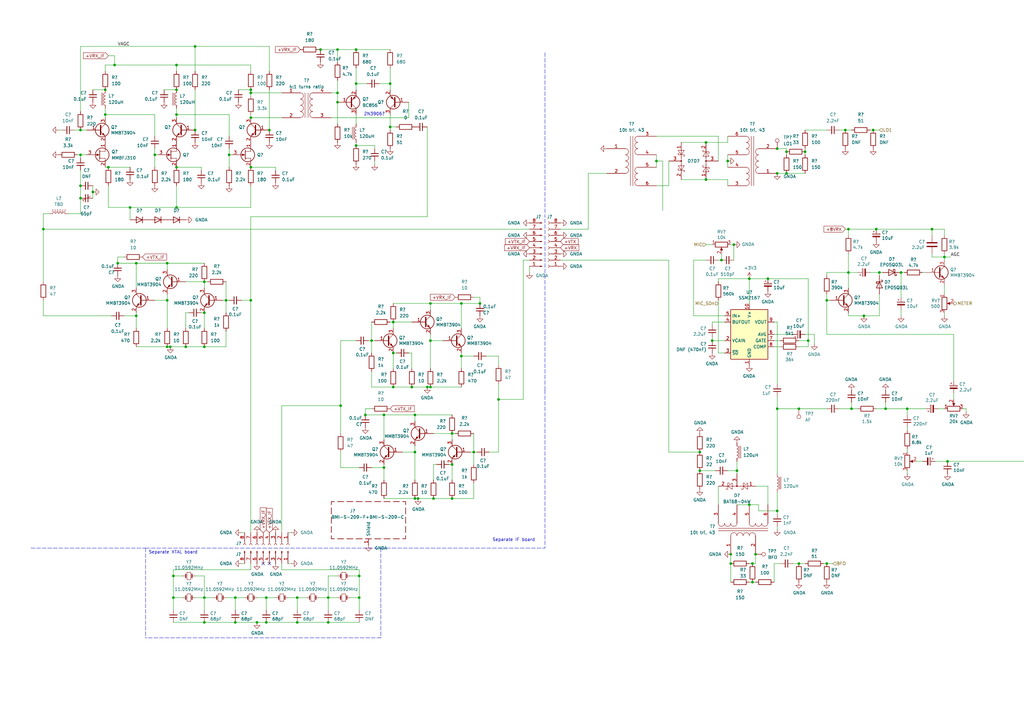
<source format=kicad_sch>
(kicad_sch (version 20211123) (generator eeschema)

  (uuid 0e592cd4-1950-44ef-9727-8e526f4c4e12)

  (paper "A3")

  (title_block
    (title "DART-70 TRX")
    (date "2023-01-11")
    (rev "0")
    (company "HB9EGM")
    (comment 1 "A 4m Band SSB/CW Transceiver")
  )

  

  (junction (at 157.48 191.77) (diameter 0) (color 0 0 0 0)
    (uuid 0079a40d-5664-4eb5-a4a1-35e197c9e578)
  )
  (junction (at 160.02 52.07) (diameter 0) (color 0 0 0 0)
    (uuid 00fc8e1e-afda-4f91-b2e2-9d2566fc305b)
  )
  (junction (at 17.78 -17.78) (diameter 0) (color 0 0 0 0)
    (uuid 01c54577-6862-4ca7-bb55-524c2e995aee)
  )
  (junction (at 269.24 66.04) (diameter 0) (color 0 0 0 0)
    (uuid 021311ff-e852-47a7-bb7b-77000ac39657)
  )
  (junction (at 171.45 204.47) (diameter 0) (color 0 0 0 0)
    (uuid 027f19f3-a3d5-4daa-a96e-c5d9a71c1df8)
  )
  (junction (at 185.42 190.5) (diameter 0) (color 0 0 0 0)
    (uuid 02d8bab6-e62a-43d8-ae0a-47eb8be52f66)
  )
  (junction (at 369.57 111.76) (diameter 0) (color 0 0 0 0)
    (uuid 059f4155-bed3-4fb2-9baa-d569f31b7e5d)
  )
  (junction (at 71.12 236.22) (diameter 0) (color 0 0 0 0)
    (uuid 08e3fbcd-b24c-43b5-a2a5-3ed606084464)
  )
  (junction (at -57.15 204.47) (diameter 0) (color 0 0 0 0)
    (uuid 09433d97-62ec-42de-89f2-7d0b68dc1b9d)
  )
  (junction (at 139.7 166.37) (diameter 0) (color 0 0 0 0)
    (uuid 0a639b6c-6bcd-49c1-9a6e-7344d47860d2)
  )
  (junction (at -110.49 199.39) (diameter 0) (color 0 0 0 0)
    (uuid 0c9bbc06-f1c0-4359-8448-9c515b32a886)
  )
  (junction (at 134.62 255.27) (diameter 0) (color 0 0 0 0)
    (uuid 0e565d2a-00bb-4f20-8e2e-0f824e8d2762)
  )
  (junction (at 102.87 38.1) (diameter 0) (color 0 0 0 0)
    (uuid 0f8367d0-e4ea-40ae-8dac-4e16d60a532f)
  )
  (junction (at -86.36 36.83) (diameter 0) (color 0 0 0 0)
    (uuid 0fffb828-f291-41d3-a83c-4eaa3df13f3a)
  )
  (junction (at -38.1 15.24) (diameter 0) (color 0 0 0 0)
    (uuid 128a7556-cb3d-406d-b84d-6d9efc7f9ed8)
  )
  (junction (at 287.02 185.42) (diameter 0) (color 0 0 0 0)
    (uuid 13100bcd-d7fc-4c97-8090-1caedea0c636)
  )
  (junction (at 38.1 78.74) (diameter 0) (color 0 0 0 0)
    (uuid 173f5655-a774-48b9-985b-3b9523888334)
  )
  (junction (at 170.18 185.42) (diameter 0) (color 0 0 0 0)
    (uuid 17a2367e-a2ff-4b57-83ee-9ab25894ec97)
  )
  (junction (at 359.41 93.98) (diameter 0) (color 0 0 0 0)
    (uuid 1843d2c0-629c-44e7-8460-03ced60a2111)
  )
  (junction (at -38.1 22.86) (diameter 0) (color 0 0 0 0)
    (uuid 18a9dea8-caa6-40a3-962a-7699d9146e17)
  )
  (junction (at 176.53 158.75) (diameter 0) (color 0 0 0 0)
    (uuid 1901071a-701e-48b3-9650-22696abf77c4)
  )
  (junction (at 46.99 26.67) (diameter 0) (color 0 0 0 0)
    (uuid 1a164a1f-45a6-43b7-9b64-349463c23d37)
  )
  (junction (at 68.58 123.19) (diameter 0) (color 0 0 0 0)
    (uuid 1a40de25-0d4b-4ee8-8390-eda2db6a3d47)
  )
  (junction (at -66.04 114.3) (diameter 0) (color 0 0 0 0)
    (uuid 1aaf34a3-282e-4633-82fa-9d6cdf32efbb)
  )
  (junction (at 83.82 115.57) (diameter 0) (color 0 0 0 0)
    (uuid 1bbdfeb9-0e22-43ad-a9eb-15915db8f44f)
  )
  (junction (at 152.4 139.7) (diameter 0) (color 0 0 0 0)
    (uuid 1cfd82c6-a842-46ad-8b6f-e039805269e2)
  )
  (junction (at 80.01 53.34) (diameter 0) (color 0 0 0 0)
    (uuid 1de51305-582b-4628-8092-75c3cf54eea0)
  )
  (junction (at 68.58 142.24) (diameter 0) (color 0 0 0 0)
    (uuid 1df28245-4758-4aa6-85a4-669f880421f4)
  )
  (junction (at 105.41 255.27) (diameter 0) (color 0 0 0 0)
    (uuid 210630ed-a720-499f-8ec9-3630627e1e05)
  )
  (junction (at 149.86 170.18) (diameter 0) (color 0 0 0 0)
    (uuid 222d63d3-68ff-4a04-b7c3-6efd5c4ab9e1)
  )
  (junction (at 44.45 68.58) (diameter 0) (color 0 0 0 0)
    (uuid 22f086a0-4e36-4832-8e1e-3bdb65f5c3f2)
  )
  (junction (at 83.82 255.27) (diameter 0) (color 0 0 0 0)
    (uuid 24fd922c-d488-4d61-b6dc-9d3e359ccc82)
  )
  (junction (at 43.18 36.83) (diameter 0) (color 0 0 0 0)
    (uuid 2583e10f-d237-4b6a-a35d-cff26f964496)
  )
  (junction (at 307.34 114.3) (diameter 0) (color 0 0 0 0)
    (uuid 2792ed93-89db-4e51-99ff-281323e776eb)
  )
  (junction (at 83.82 128.27) (diameter 0) (color 0 0 0 0)
    (uuid 27eaad48-6f2d-40af-b26c-f1f52c055ea8)
  )
  (junction (at 289.56 73.66) (diameter 0) (color 0 0 0 0)
    (uuid 29679519-0074-4244-8bb1-857f21221a1a)
  )
  (junction (at 41.91 -10.16) (diameter 0) (color 0 0 0 0)
    (uuid 2af1d271-3c6a-476d-8eba-6b2aab466da3)
  )
  (junction (at 307.34 207.01) (diameter 0) (color 0 0 0 0)
    (uuid 2b4cfea7-3072-433b-96b7-53b0ca7806d1)
  )
  (junction (at 106.68 -27.94) (diameter 0) (color 0 0 0 0)
    (uuid 2c488362-c230-4f6d-82f9-a229b1171a23)
  )
  (junction (at 185.42 177.8) (diameter 0) (color 0 0 0 0)
    (uuid 2cd3680a-9e9d-4c97-9125-39c64a75e644)
  )
  (junction (at 72.39 46.99) (diameter 0) (color 0 0 0 0)
    (uuid 2d264e2f-7e31-4a17-86c5-13a68ab3ff7e)
  )
  (junction (at -102.87 215.9) (diameter 0) (color 0 0 0 0)
    (uuid 2e1d63b8-5189-41bb-8b6a-c4ada546b2d5)
  )
  (junction (at 322.58 62.23) (diameter 0) (color 0 0 0 0)
    (uuid 2ee50ef4-e14b-4cdd-b277-09dbc703d671)
  )
  (junction (at 318.77 209.55) (diameter 0) (color 0 0 0 0)
    (uuid 2f19e0d6-201f-48b6-a03b-8ba1e575df13)
  )
  (junction (at 300.99 100.33) (diameter 0) (color 0 0 0 0)
    (uuid 335263d3-7e35-4a9c-83c2-cd71d45f0688)
  )
  (junction (at -55.88 226.06) (diameter 0) (color 0 0 0 0)
    (uuid 33770b56-77ab-4a0c-a675-0ef4f02f8519)
  )
  (junction (at 55.88 107.95) (diameter 0) (color 0 0 0 0)
    (uuid 33db3197-3c0b-42f2-b18d-c5f4fadafecf)
  )
  (junction (at 388.62 189.23) (diameter 0) (color 0 0 0 0)
    (uuid 33e06f09-eea8-4134-a9d9-3729393f5904)
  )
  (junction (at 17.78 -10.16) (diameter 0) (color 0 0 0 0)
    (uuid 34d3baf1-c1a6-463d-a7da-03fde565ea93)
  )
  (junction (at -71.12 29.21) (diameter 0) (color 0 0 0 0)
    (uuid 3aec5e23-e675-4bcf-9a9e-48cb59d51927)
  )
  (junction (at 170.18 170.18) (diameter 0) (color 0 0 0 0)
    (uuid 3bd6009a-f48b-4c66-92de-4d24549b4c7d)
  )
  (junction (at 146.05 20.32) (diameter 0) (color 0 0 0 0)
    (uuid 3e9deac2-8e86-484c-b76a-a334d0715f66)
  )
  (junction (at 318.77 167.64) (diameter 0) (color 0 0 0 0)
    (uuid 3fae85f6-374f-4472-8821-81e935dc5df4)
  )
  (junction (at 318.77 60.96) (diameter 0) (color 0 0 0 0)
    (uuid 414842e2-7a02-457e-9971-ff5bded25512)
  )
  (junction (at -33.02 207.01) (diameter 0) (color 0 0 0 0)
    (uuid 4223805d-8db1-4df1-b73a-3d99f37f1701)
  )
  (junction (at 372.11 167.64) (diameter 0) (color 0 0 0 0)
    (uuid 4315d69f-b975-43d3-8c7b-5e5f857e2c14)
  )
  (junction (at 170.18 204.47) (diameter 0) (color 0 0 0 0)
    (uuid 43c88063-044a-47b7-b010-f3fb76152eec)
  )
  (junction (at -63.5 36.83) (diameter 0) (color 0 0 0 0)
    (uuid 45245258-c97a-4586-bc43-2154c85c0ef6)
  )
  (junction (at 71.12 245.11) (diameter 0) (color 0 0 0 0)
    (uuid 460147d8-e4b6-4910-88e9-07d1ddd6c2df)
  )
  (junction (at 76.2 142.24) (diameter 0) (color 0 0 0 0)
    (uuid 49cc8c43-5c55-4202-ae4f-37f234578cb7)
  )
  (junction (at 83.82 245.11) (diameter 0) (color 0 0 0 0)
    (uuid 4b982f8b-ca29-4ebf-88fc-8a50b24e0802)
  )
  (junction (at 196.85 124.46) (diameter 0) (color 0 0 0 0)
    (uuid 4cd054ee-d881-48b3-84f1-c7ce34322184)
  )
  (junction (at 309.88 227.33) (diameter 0) (color 0 0 0 0)
    (uuid 4ffbeae2-56e3-4987-9fe1-f25a5dfcbf8d)
  )
  (junction (at 339.09 231.14) (diameter 0) (color 0 0 0 0)
    (uuid 5198af4e-458a-4b02-81c9-5c7519d0da3a)
  )
  (junction (at -81.28 201.93) (diameter 0) (color 0 0 0 0)
    (uuid 544c9ad7-a0b6-4f88-9dcd-908e3e2acf79)
  )
  (junction (at 52.07 -17.78) (diameter 0) (color 0 0 0 0)
    (uuid 5684e95c-6824-46cf-8e72-881178a51d31)
  )
  (junction (at 143.51 -16.51) (diameter 0) (color 0 0 0 0)
    (uuid 578f33ff-8d12-4136-bb61-e55b7655fa5b)
  )
  (junction (at 161.29 158.75) (diameter 0) (color 0 0 0 0)
    (uuid 5823e780-c4ed-4da5-be38-6b405f0da66a)
  )
  (junction (at 346.71 53.34) (diameter 0) (color 0 0 0 0)
    (uuid 58d75b6d-911c-4850-b758-d07e5d677b26)
  )
  (junction (at -93.98 203.2) (diameter 0) (color 0 0 0 0)
    (uuid 5a319d05-1a85-43fe-a179-ebcee7212a03)
  )
  (junction (at 189.23 146.05) (diameter 0) (color 0 0 0 0)
    (uuid 5a351350-3bae-4444-b037-df6bea15164c)
  )
  (junction (at -55.88 106.68) (diameter 0) (color 0 0 0 0)
    (uuid 5b29962f-685a-409c-915c-9c4a92ed442a)
  )
  (junction (at 147.32 245.11) (diameter 0) (color 0 0 0 0)
    (uuid 5c4341e3-29f4-4014-ad6b-9b4cb50156a6)
  )
  (junction (at 134.62 245.11) (diameter 0) (color 0 0 0 0)
    (uuid 5dbda758-e74b-4ccf-ad68-495d537d68ba)
  )
  (junction (at 55.88 129.54) (diameter 0) (color 0 0 0 0)
    (uuid 5dc5b75f-c40f-4eb5-8b75-54744890a0ec)
  )
  (junction (at 152.4 -16.51) (diameter 0) (color 0 0 0 0)
    (uuid 5ed637ac-40ac-434c-a406-609e25d3658d)
  )
  (junction (at 147.32 236.22) (diameter 0) (color 0 0 0 0)
    (uuid 5fc44bfc-3a32-42f5-89ff-303d655beeb1)
  )
  (junction (at -49.53 36.83) (diameter 0) (color 0 0 0 0)
    (uuid 604495b3-3885-49af-8442-bcf3d7361dc4)
  )
  (junction (at 146.05 59.69) (diameter 0) (color 0 0 0 0)
    (uuid 611c0051-64b3-4ff6-b51a-6ea814324060)
  )
  (junction (at 322.58 71.12) (diameter 0) (color 0 0 0 0)
    (uuid 62cd3edc-a5f4-4820-bbe7-c3279ef20997)
  )
  (junction (at 382.27 93.98) (diameter 0) (color 0 0 0 0)
    (uuid 62ed984b-c070-4de1-bd86-30aeb09fb9cd)
  )
  (junction (at -87.63 36.83) (diameter 0) (color 0 0 0 0)
    (uuid 65e58d89-f213-4051-b36b-7b3454867ad5)
  )
  (junction (at -55.88 119.38) (diameter 0) (color 0 0 0 0)
    (uuid 669e2f76-dce7-4b88-b383-d3587e6cc0cc)
  )
  (junction (at 299.72 227.33) (diameter 0) (color 0 0 0 0)
    (uuid 69f6ae99-3d1c-454b-afed-807cc73d4db3)
  )
  (junction (at 478.79 242.57) (diameter 0) (color 0 0 0 0)
    (uuid 6ae901e7-3f37-4fdc-9fbb-f82666744826)
  )
  (junction (at 492.76 231.14) (diameter 0) (color 0 0 0 0)
    (uuid 6e24aa9b-c7e6-40f2-905b-b9c541e0e2f6)
  )
  (junction (at 72.39 85.09) (diameter 0) (color 0 0 0 0)
    (uuid 711716b4-cb3c-40a8-915f-7a9cd1c1a345)
  )
  (junction (at -46.99 226.06) (diameter 0) (color 0 0 0 0)
    (uuid 7167e0fb-15b0-446d-969c-ecf63e50097d)
  )
  (junction (at -110.49 208.28) (diameter 0) (color 0 0 0 0)
    (uuid 71aa3829-956e-4ff9-af3f-b06e50ab2b5a)
  )
  (junction (at -71.12 36.83) (diameter 0) (color 0 0 0 0)
    (uuid 72729c20-0465-4f8c-be80-3c22bb337ef7)
  )
  (junction (at -29.21 29.21) (diameter 0) (color 0 0 0 0)
    (uuid 7401f61b-dc36-4f5a-ba3e-b101a22bf1fc)
  )
  (junction (at 327.66 231.14) (diameter 0) (color 0 0 0 0)
    (uuid 7425266b-ed85-49c3-869e-75885d2df370)
  )
  (junction (at 43.18 46.99) (diameter 0) (color 0 0 0 0)
    (uuid 79aa4561-3272-488a-aacc-d24a783bf3fa)
  )
  (junction (at 358.14 53.34) (diameter 0) (color 0 0 0 0)
    (uuid 79cb8fe5-214e-4aa2-bcc0-e60b6b598c60)
  )
  (junction (at 298.45 66.04) (diameter 0) (color 0 0 0 0)
    (uuid 7ae7b79e-cd88-4c88-9083-2497b15d06d7)
  )
  (junction (at 508 218.44) (diameter 0) (color 0 0 0 0)
    (uuid 7d4f42b5-c367-4459-84b9-a39603af50fb)
  )
  (junction (at 204.47 163.83) (diameter 0) (color 0 0 0 0)
    (uuid 7df221bc-d289-44d1-b3e3-f9267f8abe4a)
  )
  (junction (at 92.71 123.19) (diameter 0) (color 0 0 0 0)
    (uuid 7e24b7ef-d016-426d-a42c-f65bd87459d1)
  )
  (junction (at 68.58 107.95) (diameter 0) (color 0 0 0 0)
    (uuid 7f16053c-1ac6-44e1-ad45-53333cd51424)
  )
  (junction (at -46.99 218.44) (diameter 0) (color 0 0 0 0)
    (uuid 7f29ecb0-6265-4d60-8278-7704387a2057)
  )
  (junction (at 41.91 -17.78) (diameter 0) (color 0 0 0 0)
    (uuid 825065db-dc11-43e9-aa2e-59e6b2cd21f3)
  )
  (junction (at 31.75 -17.78) (diameter 0) (color 0 0 0 0)
    (uuid 82bf2831-f69a-4cf1-ad28-e7c6c4e8c86f)
  )
  (junction (at 314.96 114.3) (diameter 0) (color 0 0 0 0)
    (uuid 86a34ff8-9697-4394-b32e-9c903027c8af)
  )
  (junction (at 138.43 20.32) (diameter 0) (color 0 0 0 0)
    (uuid 89924c9d-894c-4783-bb98-91fe4fffc426)
  )
  (junction (at -76.2 201.93) (diameter 0) (color 0 0 0 0)
    (uuid 8aab4608-39e8-491a-83a8-7194f36094f1)
  )
  (junction (at 83.82 142.24) (diameter 0) (color 0 0 0 0)
    (uuid 8b0bcfdc-3f55-4e36-b156-0996ed2b4911)
  )
  (junction (at 308.61 238.76) (diameter 0) (color 0 0 0 0)
    (uuid 900aee6e-8ffc-4f8c-8a6e-d8e7689e7086)
  )
  (junction (at 93.98 63.5) (diameter 0) (color 0 0 0 0)
    (uuid 91049a94-ccf8-463e-ab05-8a76a56be653)
  )
  (junction (at -58.42 36.83) (diameter 0) (color 0 0 0 0)
    (uuid 9116f42f-8d27-4055-8fab-af8b6ed6959f)
  )
  (junction (at 33.02 63.5) (diameter 0) (color 0 0 0 0)
    (uuid 9134413a-edf3-40ce-9ec2-93a536746842)
  )
  (junction (at 534.67 218.44) (diameter 0) (color 0 0 0 0)
    (uuid 91dc40fe-885a-4c1c-a346-cf012f2979cd)
  )
  (junction (at 330.2 62.23) (diameter 0) (color 0 0 0 0)
    (uuid 92648d78-a89e-450a-9d5a-f375414e510f)
  )
  (junction (at 102.87 123.19) (diameter 0) (color 0 0 0 0)
    (uuid 9488cf71-6f2d-4a7f-a6b7-c400e1a80d31)
  )
  (junction (at 138.43 38.1) (diameter 0) (color 0 0 0 0)
    (uuid 94a7e072-a853-4895-a974-0e863ac9edc2)
  )
  (junction (at 96.52 245.11) (diameter 0) (color 0 0 0 0)
    (uuid 9666bb6a-0c1d-4c92-be6d-94a465ec5c51)
  )
  (junction (at -85.09 194.31) (diameter 0) (color 0 0 0 0)
    (uuid 96ee9b8e-4543-4639-b9ea-44b8baaaf94e)
  )
  (junction (at 72.39 26.67) (diameter 0) (color 0 0 0 0)
    (uuid 994aaeb0-a945-4297-8f22-64b15ec2470b)
  )
  (junction (at 476.25 219.71) (diameter 0) (color 0 0 0 0)
    (uuid 9ce12c8c-b9cd-40ed-95e4-78821d23529b)
  )
  (junction (at -102.87 208.28) (diameter 0) (color 0 0 0 0)
    (uuid 9e18f8b3-9e1a-4022-9224-10c12ca8a28d)
  )
  (junction (at -76.2 194.31) (diameter 0) (color 0 0 0 0)
    (uuid 9e5b0177-ea58-4f76-8b57-ff1c6e52d9df)
  )
  (junction (at 525.78 237.49) (diameter 0) (color 0 0 0 0)
    (uuid 9ed54841-4bec-491f-817d-b7e8b25ca06c)
  )
  (junction (at 146.05 34.29) (diameter 0) (color 0 0 0 0)
    (uuid a4ec02e9-e140-4dcc-958f-47f7624526cb)
  )
  (junction (at 24.13 -17.78) (diameter 0) (color 0 0 0 0)
    (uuid a5dfaf18-d33f-45c4-b76f-2a5051ec9118)
  )
  (junction (at 31.75 -25.4) (diameter 0) (color 0 0 0 0)
    (uuid a6347fea-87e1-4897-bfe2-729d24d2f085)
  )
  (junction (at -58.42 44.45) (diameter 0) (color 0 0 0 0)
    (uuid a6386af6-d744-458e-b19d-8fd97b5ad9f9)
  )
  (junction (at 69.85 142.24) (diameter 0) (color 0 0 0 0)
    (uuid a63ebd0a-4113-4e01-a518-d579deedd3ce)
  )
  (junction (at 347.98 93.98) (diameter 0) (color 0 0 0 0)
    (uuid a65cad0c-0ef1-4ea5-a965-4eae7ac1f6af)
  )
  (junction (at 349.25 167.64) (diameter 0) (color 0 0 0 0)
    (uuid a7cad282-51c3-4f24-be5e-311c2c5e959b)
  )
  (junction (at 185.42 204.47) (diameter 0) (color 0 0 0 0)
    (uuid ab5a5163-9113-4726-bc7a-7e25f5bcb137)
  )
  (junction (at 339.09 123.19) (diameter 0) (color 0 0 0 0)
    (uuid ac0e5582-f44c-4bc2-8ae7-2c3f1115fb00)
  )
  (junction (at 295.91 106.68) (diameter 0) (color 0 0 0 0)
    (uuid ad2d033c-4040-4813-b5da-82cf827f9d86)
  )
  (junction (at 109.22 245.11) (diameter 0) (color 0 0 0 0)
    (uuid ad485fa9-ca4c-467a-b6d9-302ae2ec4eaa)
  )
  (junction (at -86.36 44.45) (diameter 0) (color 0 0 0 0)
    (uuid aeae1c08-0511-41ff-896d-95b95a86eb35)
  )
  (junction (at 109.22 255.27) (diameter 0) (color 0 0 0 0)
    (uuid aed41e50-066a-4d5d-9b35-33c86a58f817)
  )
  (junction (at 161.29 144.78) (diameter 0) (color 0 0 0 0)
    (uuid af8bae6a-8757-4f16-b0d0-abb737783e95)
  )
  (junction (at 33.02 53.34) (diameter 0) (color 0 0 0 0)
    (uuid b046cbfe-7bd9-4ac8-9c60-a84b90a07076)
  )
  (junction (at 39.37 -17.78) (diameter 0) (color 0 0 0 0)
    (uuid b3dbf4ad-71cb-48f5-9655-41b47deeea78)
  )
  (junction (at 189.23 124.46) (diameter 0) (color 0 0 0 0)
    (uuid b675e2b2-25bf-4b3b-b437-094260cb114b)
  )
  (junction (at 331.47 139.7) (diameter 0) (color 0 0 0 0)
    (uuid b6a3e709-356a-4a55-ac00-07ba73afac37)
  )
  (junction (at -81.28 194.31) (diameter 0) (color 0 0 0 0)
    (uuid b7340f23-0eaa-48ae-aea8-b5b53a0ae99a)
  )
  (junction (at 175.26 158.75) (diameter 0) (color 0 0 0 0)
    (uuid b7b19b43-333b-4f4a-a3cd-98293e66d1bd)
  )
  (junction (at 363.22 167.64) (diameter 0) (color 0 0 0 0)
    (uuid b9f8b708-1745-43ec-9646-59495cbc6e07)
  )
  (junction (at 33.02 76.2) (diameter 0) (color 0 0 0 0)
    (uuid bb8014a4-ec9e-4ad1-bfc4-5862db6dd16f)
  )
  (junction (at 110.49 53.34) (diameter 0) (color 0 0 0 0)
    (uuid bb8fc86a-138e-468d-a6f3-4d425bea2798)
  )
  (junction (at 299.72 231.14) (diameter 0) (color 0 0 0 0)
    (uuid bbd7fe45-0b91-4486-a44b-59dbf8a4baa0)
  )
  (junction (at 102.87 48.26) (diameter 0) (color 0 0 0 0)
    (uuid bcb7b50e-e30b-4748-9ad3-15fd19268fd8)
  )
  (junction (at 72.39 36.83) (diameter 0) (color 0 0 0 0)
    (uuid bdd38f4a-d1f5-49ea-86a0-7074369f7406)
  )
  (junction (at -59.69 134.62) (diameter 0) (color 0 0 0 0)
    (uuid c26d7e1d-0511-44b3-9911-466a7132a529)
  )
  (junction (at 138.43 41.91) (diameter 0) (color 0 0 0 0)
    (uuid c41a688f-80a3-4252-bb37-134631846db3)
  )
  (junction (at 176.53 139.7) (diameter 0) (color 0 0 0 0)
    (uuid c56d43d7-d576-4bc7-8ab7-d28306d83cba)
  )
  (junction (at 121.92 255.27) (diameter 0) (color 0 0 0 0)
    (uuid c8816f2b-d043-4f02-8988-815e5e7435ee)
  )
  (junction (at -110.49 185.42) (diameter 0) (color 0 0 0 0)
    (uuid c8b93f12-bc5c-4ce5-b954-377d903895f1)
  )
  (junction (at 121.92 245.11) (diameter 0) (color 0 0 0 0)
    (uuid ca2ddb3d-eff7-4148-ac57-d5c14ba8be31)
  )
  (junction (at 17.78 93.98) (diameter 0) (color 0 0 0 0)
    (uuid ca8cd7c2-9359-47e5-b7a5-1cfc1efe8ce1)
  )
  (junction (at 48.26 107.95) (diameter 0) (color 0 0 0 0)
    (uuid cc03e36c-5f2a-4c8f-aae8-d314a1f96869)
  )
  (junction (at 102.87 36.83) (diameter 0) (color 0 0 0 0)
    (uuid cf4a7a0f-4b62-4a14-8810-1f9be9bb8bca)
  )
  (junction (at 33.02 81.28) (diameter 0) (color 0 0 0 0)
    (uuid cfa6195a-5066-4377-9f73-1328281e7e8b)
  )
  (junction (at 96.52 255.27) (diameter 0) (color 0 0 0 0)
    (uuid d3e01bdf-5c14-407f-80a1-1d934fc04fab)
  )
  (junction (at 194.31 185.42) (diameter 0) (color 0 0 0 0)
    (uuid d46cfddd-ae59-45a8-a05e-501b77d91351)
  )
  (junction (at 168.91 158.75) (diameter 0) (color 0 0 0 0)
    (uuid d54016b1-7373-4445-9268-a10a87031d2a)
  )
  (junction (at 72.39 68.58) (diameter 0) (color 0 0 0 0)
    (uuid d5fa5081-044e-4305-8f5d-d2a56bf86d29)
  )
  (junction (at 102.87 68.58) (diameter 0) (color 0 0 0 0)
    (uuid d703d54e-2823-4563-98c8-59d8b8b54fec)
  )
  (junction (at 177.8 204.47) (diameter 0) (color 0 0 0 0)
    (uuid d774c163-0e71-4e59-99e8-33a6c910c00d)
  )
  (junction (at 157.48 170.18) (diameter 0) (color 0 0 0 0)
    (uuid dcdfeb28-863e-4a43-ad64-f6e45863b4d7)
  )
  (junction (at 131.445 20.32) (diameter 0) (color 0 0 0 0)
    (uuid ddaaa428-40ee-45ee-a789-6961e25a11bb)
  )
  (junction (at 53.34 85.09) (diameter 0) (color 0 0 0 0)
    (uuid df231e82-dc0c-49c1-a01b-d2be84591ff3)
  )
  (junction (at 360.68 111.76) (diameter 0) (color 0 0 0 0)
    (uuid e3903eeb-8b72-4b40-a088-cbbba270c01b)
  )
  (junction (at 327.66 167.64) (diameter 0) (color 0 0 0 0)
    (uuid e3c9208e-0f09-4f81-9c47-b98c4d3c8981)
  )
  (junction (at 63.5 63.5) (diameter 0) (color 0 0 0 0)
    (uuid e736b041-4756-4726-980f-1b93cf00a2ad)
  )
  (junction (at 447.04 233.68) (diameter 0) (color 0 0 0 0)
    (uuid e75a90f1-d275-4ca6-86ea-4b6dddffab59)
  )
  (junction (at 387.35 105.41) (diameter 0) (color 0 0 0 0)
    (uuid e8558fbd-ea42-43a6-966a-7bd304bdfaad)
  )
  (junction (at 347.98 111.76) (diameter 0) (color 0 0 0 0)
    (uuid eac540a2-0555-4530-b9cb-9b037a65c0a7)
  )
  (junction (at 161.29 132.08) (diameter 0) (color 0 0 0 0)
    (uuid ebb47292-9f48-4312-b342-46b912c5cc5e)
  )
  (junction (at 441.96 275.59) (diameter 0) (color 0 0 0 0)
    (uuid ed92ba08-98ec-48df-9584-41c899a43f78)
  )
  (junction (at 354.33 129.54) (diameter 0) (color 0 0 0 0)
    (uuid f0f3907b-44e3-4106-9f24-d8ce836b6bb0)
  )
  (junction (at -66.04 204.47) (diameter 0) (color 0 0 0 0)
    (uuid f22aae5d-f6eb-438b-9ba4-dcb7ba01f85f)
  )
  (junction (at 318.77 71.12) (diameter 0) (color 0 0 0 0)
    (uuid f3285ed9-855d-4b3c-9145-ed9dbda7a1d9)
  )
  (junction (at 176.53 124.46) (diameter 0) (color 0 0 0 0)
    (uuid f48610b4-7716-4660-a4c1-c570d7241e98)
  )
  (junction (at -78.74 36.83) (diameter 0) (color 0 0 0 0)
    (uuid f8e927af-4836-4b0f-8a57-dbca5a18a442)
  )
  (junction (at 8.89 -17.78) (diameter 0) (color 0 0 0 0)
    (uuid f9570ec9-4338-4208-aee7-369a45a284f8)
  )
  (junction (at 289.56 58.42) (diameter 0) (color 0 0 0 0)
    (uuid f9728ce1-58db-4b51-bb92-9b665142c745)
  )
  (junction (at -78.74 186.69) (diameter 0) (color 0 0 0 0)
    (uuid fab985e9-e679-4dd8-a59c-e3195d08506a)
  )
  (junction (at 160.02 34.29) (diameter 0) (color 0 0 0 0)
    (uuid fb5d1a59-18d1-49ea-b504-10e76cce8897)
  )
  (junction (at 287.02 193.04) (diameter 0) (color 0 0 0 0)
    (uuid fc4d1f83-01a0-4988-9e5c-365dd357721b)
  )
  (junction (at 534.67 231.14) (diameter 0) (color 0 0 0 0)
    (uuid fda94f0a-876e-4bf0-ad10-35819851e3e9)
  )
  (junction (at 308.61 231.14) (diameter 0) (color 0 0 0 0)
    (uuid fdfa5510-42f0-4453-abc9-e2662aed6431)
  )
  (junction (at 292.1 139.7) (diameter 0) (color 0 0 0 0)
    (uuid fe2b05f5-675b-44d0-956c-c5829b7c692a)
  )
  (junction (at 80.01 19.05) (diameter 0) (color 0 0 0 0)
    (uuid fe2ce942-d4c5-4b3f-a09e-cda9276450f6)
  )
  (junction (at 302.26 193.04) (diameter 0) (color 0 0 0 0)
    (uuid ff5fdf11-1f23-47b6-b215-cb1e13c6ad45)
  )

  (no_connect (at 107.95 231.14) (uuid 2b99a1e6-5f67-436f-9ed5-38e8bfd4c142))
  (no_connect (at 443.23 265.43) (uuid 97972d9a-c8ac-431f-b1f4-0da8477b5639))
  (no_connect (at 110.49 231.14) (uuid ee08a6c2-528a-478b-9089-08fe9a37ec7e))

  (wire (pts (xy -38.1 22.86) (xy -38.1 29.21))
    (stroke (width 0) (type default) (color 0 0 0 0))
    (uuid 00185541-0a55-4e62-91d8-99e7a7720d36)
  )
  (wire (pts (xy -86.36 44.45) (xy -95.25 44.45))
    (stroke (width 0) (type default) (color 0 0 0 0))
    (uuid 00627221-b0fd-448e-b5a6-250d249697c2)
  )
  (wire (pts (xy -72.39 199.39) (xy -73.66 199.39))
    (stroke (width 0) (type default) (color 0 0 0 0))
    (uuid 009b0d62-e9ea-4825-9fdf-befd291c76ce)
  )
  (wire (pts (xy 138.43 20.32) (xy 138.43 25.4))
    (stroke (width 0) (type default) (color 0 0 0 0))
    (uuid 00c27d59-c437-4bee-9cde-cbd48a34e31b)
  )
  (wire (pts (xy 17.78 93.98) (xy 17.78 115.57))
    (stroke (width 0) (type default) (color 0 0 0 0))
    (uuid 00ffa92a-629b-4baa-81dc-b693705154cf)
  )
  (wire (pts (xy 12.7 -26.67) (xy 11.43 -26.67))
    (stroke (width 0) (type default) (color 0 0 0 0))
    (uuid 01106a52-6b7d-40fd-b165-c927be1f6a1d)
  )
  (wire (pts (xy 11.43 -26.67) (xy 11.43 -27.94))
    (stroke (width 0) (type default) (color 0 0 0 0))
    (uuid 01422660-08c8-48f3-98ca-26cbe7f98f5b)
  )
  (wire (pts (xy -58.42 44.45) (xy -49.53 44.45))
    (stroke (width 0) (type default) (color 0 0 0 0))
    (uuid 01600802-66c5-45a2-be7f-4fa2327d845b)
  )
  (wire (pts (xy -72.39 36.83) (xy -71.12 36.83))
    (stroke (width 0) (type default) (color 0 0 0 0))
    (uuid 01657d30-6f8e-4bbd-a3dd-6a0742c69aca)
  )
  (wire (pts (xy 331.47 142.24) (xy 327.66 142.24))
    (stroke (width 0) (type default) (color 0 0 0 0))
    (uuid 01caafb3-af8a-4642-870c-c290b286d040)
  )
  (wire (pts (xy 177.8 177.8) (xy 185.42 177.8))
    (stroke (width 0) (type default) (color 0 0 0 0))
    (uuid 01f0181c-303d-46c7-ba34-20eee1c48cd1)
  )
  (wire (pts (xy 170.18 185.42) (xy 165.1 185.42))
    (stroke (width 0) (type default) (color 0 0 0 0))
    (uuid 0222c276-ce98-44cf-9ac7-d0d00163570d)
  )
  (wire (pts (xy 153.67 67.31) (xy 153.67 66.04))
    (stroke (width 0) (type default) (color 0 0 0 0))
    (uuid 027fc545-8a42-4646-8424-467711418116)
  )
  (wire (pts (xy 170.18 204.47) (xy 157.48 204.47))
    (stroke (width 0) (type default) (color 0 0 0 0))
    (uuid 035d062f-f875-4853-8ca1-a348c3967bb1)
  )
  (wire (pts (xy 134.62 245.11) (xy 138.43 245.11))
    (stroke (width 0) (type default) (color 0 0 0 0))
    (uuid 042fe62b-53aa-4e86-97d0-9ccb1e16a895)
  )
  (wire (pts (xy 30.48 -17.78) (xy 31.75 -17.78))
    (stroke (width 0) (type default) (color 0 0 0 0))
    (uuid 0452da17-4ccf-4bdc-9fc3-b0a09600bd55)
  )
  (wire (pts (xy 294.64 144.78) (xy 297.18 144.78))
    (stroke (width 0) (type default) (color 0 0 0 0))
    (uuid 04868f85-bc69-4fa9-8e62-d78ffe5ae58e)
  )
  (wire (pts (xy 102.87 76.2) (xy 102.87 85.09))
    (stroke (width 0) (type default) (color 0 0 0 0))
    (uuid 066671d9-1fdf-4a05-a7e7-cadb7d44b89f)
  )
  (wire (pts (xy 299.72 231.14) (xy 299.72 238.76))
    (stroke (width 0) (type default) (color 0 0 0 0))
    (uuid 0734ff63-3ff1-4961-8ab2-1fd864a1b83d)
  )
  (wire (pts (xy 80.01 236.22) (xy 83.82 236.22))
    (stroke (width 0) (type default) (color 0 0 0 0))
    (uuid 082d865b-0a4e-49c3-b18b-be47fd4a465a)
  )
  (wire (pts (xy 330.2 53.34) (xy 339.09 53.34))
    (stroke (width 0) (type default) (color 0 0 0 0))
    (uuid 0886e88e-05e4-4be2-91d5-d223fb06af7a)
  )
  (wire (pts (xy -87.63 25.4) (xy -87.63 36.83))
    (stroke (width 0) (type default) (color 0 0 0 0))
    (uuid 08fa8ff6-09a7-484c-b1d9-0e3b7c49bb26)
  )
  (wire (pts (xy 369.57 111.76) (xy 369.57 121.92))
    (stroke (width 0) (type default) (color 0 0 0 0))
    (uuid 09321bf4-1ea1-49b5-b1f9-ac29d6606a74)
  )
  (wire (pts (xy 170.18 170.18) (xy 157.48 170.18))
    (stroke (width 0) (type default) (color 0 0 0 0))
    (uuid 0943dfff-08fd-4176-a97a-8e271f47b148)
  )
  (wire (pts (xy 53.34 85.09) (xy 53.34 90.17))
    (stroke (width 0) (type default) (color 0 0 0 0))
    (uuid 0a0c053c-54e0-4f14-b909-036d0c5fbf08)
  )
  (wire (pts (xy 185.42 177.8) (xy 185.42 180.34))
    (stroke (width 0) (type default) (color 0 0 0 0))
    (uuid 0a80373e-7854-41a7-8441-30fd81967887)
  )
  (wire (pts (xy -63.5 36.83) (xy -58.42 36.83))
    (stroke (width 0) (type default) (color 0 0 0 0))
    (uuid 0a83f85d-78ad-480a-a5ba-773caced8f09)
  )
  (wire (pts (xy 344.17 53.34) (xy 346.71 53.34))
    (stroke (width 0) (type default) (color 0 0 0 0))
    (uuid 0a98d11a-e788-4cd6-9f85-937c0d980b2a)
  )
  (wire (pts (xy 318.77 201.93) (xy 318.77 209.55))
    (stroke (width 0) (type default) (color 0 0 0 0))
    (uuid 0aee1910-e0b7-45ab-80dd-802a1c118814)
  )
  (wire (pts (xy 63.5 46.99) (xy 43.18 46.99))
    (stroke (width 0) (type default) (color 0 0 0 0))
    (uuid 0b5e9f79-a50b-4078-b2be-eff1d45ab7fc)
  )
  (wire (pts (xy 93.98 123.19) (xy 92.71 123.19))
    (stroke (width 0) (type default) (color 0 0 0 0))
    (uuid 0d6c967f-86f5-44e5-9340-027d68bcbf47)
  )
  (wire (pts (xy 33.02 69.85) (xy 33.02 76.2))
    (stroke (width 0) (type default) (color 0 0 0 0))
    (uuid 0dc79dd3-c584-4173-b914-e6a8bcd18e45)
  )
  (wire (pts (xy -90.17 26.67) (xy -90.17 25.4))
    (stroke (width 0) (type default) (color 0 0 0 0))
    (uuid 0dcb5ab5-f291-489d-b2bc-0f0b25b801ee)
  )
  (wire (pts (xy -55.88 106.68) (xy -66.04 106.68))
    (stroke (width 0) (type default) (color 0 0 0 0))
    (uuid 0de7d0e7-c8d5-482b-8e8a-d56acfc6ebd8)
  )
  (wire (pts (xy 347.98 104.14) (xy 347.98 111.76))
    (stroke (width 0) (type default) (color 0 0 0 0))
    (uuid 0e1c6bbc-4cc4-4ce9-b48a-8292bb286da8)
  )
  (wire (pts (xy 92.71 135.89) (xy 92.71 142.24))
    (stroke (width 0) (type default) (color 0 0 0 0))
    (uuid 0e5e824d-8537-4fb5-a94b-9f423996f296)
  )
  (wire (pts (xy 334.01 137.16) (xy 330.2 137.16))
    (stroke (width 0) (type default) (color 0 0 0 0))
    (uuid 0ef32369-e37b-408d-9752-7cbb993d9abb)
  )
  (wire (pts (xy 99.06 218.44) (xy 100.33 218.44))
    (stroke (width 0) (type default) (color 0 0 0 0))
    (uuid 0ef33a4f-7d4b-4740-be50-b4eb0bca14f1)
  )
  (wire (pts (xy 391.16 156.21) (xy 391.16 137.16))
    (stroke (width 0) (type default) (color 0 0 0 0))
    (uuid 0fe3ebe2-61a9-477a-a657-d783c4c4d70e)
  )
  (wire (pts (xy 295.91 104.14) (xy 295.91 106.68))
    (stroke (width 0) (type default) (color 0 0 0 0))
    (uuid 100847e3-630c-4c13-ba45-180e92370805)
  )
  (wire (pts (xy -102.87 215.9) (xy -99.06 215.9))
    (stroke (width 0) (type default) (color 0 0 0 0))
    (uuid 10fa1a8c-62cb-4b8f-b916-b18d737ff71b)
  )
  (wire (pts (xy 298.45 66.04) (xy 298.45 63.5))
    (stroke (width 0) (type default) (color 0 0 0 0))
    (uuid 110a34d9-2cc4-4be8-9e25-7435a8f19b01)
  )
  (wire (pts (xy -68.58 114.3) (xy -66.04 114.3))
    (stroke (width 0) (type default) (color 0 0 0 0))
    (uuid 119c633c-175b-4b38-bbc1-1a076032c16e)
  )
  (wire (pts (xy 177.8 204.47) (xy 171.45 204.47))
    (stroke (width 0) (type default) (color 0 0 0 0))
    (uuid 11ac1ac8-72b6-43ed-915e-50f87561daf8)
  )
  (wire (pts (xy -49.53 34.29) (xy -49.53 36.83))
    (stroke (width 0) (type default) (color 0 0 0 0))
    (uuid 12481f4a-71b0-43a4-a69b-bc048ed999f0)
  )
  (wire (pts (xy -59.69 134.62) (xy -59.69 130.81))
    (stroke (width 0) (type default) (color 0 0 0 0))
    (uuid 127b0e8c-8b10-4db4-b691-908ac98caaf1)
  )
  (wire (pts (xy 537.21 231.14) (xy 534.67 231.14))
    (stroke (width 0) (type default) (color 0 0 0 0))
    (uuid 128cfb34-809d-4606-bf29-7ab91f99e879)
  )
  (wire (pts (xy 459.74 241.3) (xy 471.17 241.3))
    (stroke (width 0) (type default) (color 0 0 0 0))
    (uuid 12c9f3e1-9431-42f8-b6f8-fb6fd35fc1cb)
  )
  (wire (pts (xy 347.98 93.98) (xy 347.98 96.52))
    (stroke (width 0) (type default) (color 0 0 0 0))
    (uuid 16aa2316-1a67-45e5-b6c4-e59dd85814f4)
  )
  (wire (pts (xy 0 -17.78) (xy -2.54 -17.78))
    (stroke (width 0) (type default) (color 0 0 0 0))
    (uuid 16d5bf81-590a-4149-97e0-64f3b3ad6f52)
  )
  (wire (pts (xy 160.02 52.07) (xy 160.02 53.34))
    (stroke (width 0) (type default) (color 0 0 0 0))
    (uuid 17254083-d39c-4f1d-bdb9-15ff67f03c1b)
  )
  (wire (pts (xy -88.9 194.31) (xy -85.09 194.31))
    (stroke (width 0) (type default) (color 0 0 0 0))
    (uuid 173fd4a7-b485-4e9d-8724-470865466784)
  )
  (wire (pts (xy 52.07 -27.94) (xy 52.07 -17.78))
    (stroke (width 0) (type default) (color 0 0 0 0))
    (uuid 17adff9d-c581-42e4-b552-035b922b5256)
  )
  (wire (pts (xy 152.4 139.7) (xy 152.4 144.78))
    (stroke (width 0) (type default) (color 0 0 0 0))
    (uuid 181a0519-5d09-430c-a94d-2385f8d9ebdc)
  )
  (wire (pts (xy 157.48 170.18) (xy 149.86 170.18))
    (stroke (width 0) (type default) (color 0 0 0 0))
    (uuid 18723066-b973-43bf-8bbf-4c210121a928)
  )
  (wire (pts (xy 157.48 191.77) (xy 152.4 191.77))
    (stroke (width 0) (type default) (color 0 0 0 0))
    (uuid 19a56892-f9d5-4508-ab75-59721c555275)
  )
  (wire (pts (xy 269.24 66.04) (xy 271.78 66.04))
    (stroke (width 0) (type default) (color 0 0 0 0))
    (uuid 19bb7839-ac0b-406c-8738-e5d1955c9811)
  )
  (wire (pts (xy 378.46 111.76) (xy 379.73 111.76))
    (stroke (width 0) (type default) (color 0 0 0 0))
    (uuid 1a1da3ab-0792-420a-a2dd-c670f9cd52e8)
  )
  (wire (pts (xy 325.12 231.14) (xy 327.66 231.14))
    (stroke (width 0) (type default) (color 0 0 0 0))
    (uuid 1a71c51e-be04-4979-94da-8a09f61253f7)
  )
  (wire (pts (xy 525.78 243.84) (xy 525.78 242.57))
    (stroke (width 0) (type default) (color 0 0 0 0))
    (uuid 1a85ffd6-ef8b-418f-990e-456d1ffab00e)
  )
  (wire (pts (xy 339.09 111.76) (xy 347.98 111.76))
    (stroke (width 0) (type default) (color 0 0 0 0))
    (uuid 1a9f0d73-6986-450b-8da5-dca8d718cd0d)
  )
  (wire (pts (xy -81.28 191.77) (xy -81.28 194.31))
    (stroke (width 0) (type default) (color 0 0 0 0))
    (uuid 1ae3634a-f90f-4c6a-8ba7-b38f98d4ccb2)
  )
  (wire (pts (xy -63.5 36.83) (xy -64.77 36.83))
    (stroke (width 0) (type default) (color 0 0 0 0))
    (uuid 1bb16fed-1537-47fa-90f6-8dc136da5d16)
  )
  (wire (pts (xy 27.94 87.63) (xy 33.02 87.63))
    (stroke (width 0) (type default) (color 0 0 0 0))
    (uuid 1bc5b33c-8495-490e-9374-d1f85e319858)
  )
  (wire (pts (xy 508 215.9) (xy 508 218.44))
    (stroke (width 0) (type default) (color 0 0 0 0))
    (uuid 1c4dfe58-85b1-467f-8e9d-bdb7a0d0ca8e)
  )
  (wire (pts (xy 302.26 207.01) (xy 307.34 207.01))
    (stroke (width 0) (type default) (color 0 0 0 0))
    (uuid 1c7d7712-fe22-4485-81a9-8e1d043586eb)
  )
  (wire (pts (xy -132.08 199.39) (xy -116.84 199.39))
    (stroke (width 0) (type default) (color 0 0 0 0))
    (uuid 1c7ec62e-d96c-4a0d-ac32-e919b90a3c5b)
  )
  (wire (pts (xy 134.62 255.27) (xy 147.32 255.27))
    (stroke (width 0) (type default) (color 0 0 0 0))
    (uuid 1d8cbdb8-b0d5-4f06-84c8-05770b7e9555)
  )
  (wire (pts (xy 83.82 107.95) (xy 68.58 107.95))
    (stroke (width 0) (type default) (color 0 0 0 0))
    (uuid 1e86fcd5-a5d7-4cdd-9821-faca1c13d4bc)
  )
  (wire (pts (xy 441.96 262.89) (xy 443.23 262.89))
    (stroke (width 0) (type default) (color 0 0 0 0))
    (uuid 1ed7574f-dfd9-48ef-889b-e65459b62f49)
  )
  (wire (pts (xy 492.76 218.44) (xy 492.76 231.14))
    (stroke (width 0) (type default) (color 0 0 0 0))
    (uuid 1f01b2a1-9ae4-4793-9d17-5ed5c0966b9f)
  )
  (wire (pts (xy 185.42 204.47) (xy 177.8 204.47))
    (stroke (width 0) (type default) (color 0 0 0 0))
    (uuid 1f1052c4-d15a-450f-8bb0-3cc3f3592607)
  )
  (wire (pts (xy 93.98 60.96) (xy 93.98 63.5))
    (stroke (width 0) (type default) (color 0 0 0 0))
    (uuid 1f1c22b1-15a3-4e28-88a5-25ba2fbef197)
  )
  (wire (pts (xy 299.72 227.33) (xy 299.72 231.14))
    (stroke (width 0) (type default) (color 0 0 0 0))
    (uuid 1f719a87-1f83-4b82-896e-eb44e9afc694)
  )
  (wire (pts (xy 83.82 236.22) (xy 83.82 245.11))
    (stroke (width 0) (type default) (color 0 0 0 0))
    (uuid 1fd73780-e017-4e2c-9674-56cb6f09dc2d)
  )
  (wire (pts (xy 115.57 233.68) (xy 147.32 233.68))
    (stroke (width 0) (type default) (color 0 0 0 0))
    (uuid 2163a967-be2d-4344-a94d-f1b8da3dc3a3)
  )
  (wire (pts (xy 139.7 177.8) (xy 139.7 166.37))
    (stroke (width 0) (type default) (color 0 0 0 0))
    (uuid 21a5d817-fc98-4bb3-9855-c8710ef862db)
  )
  (wire (pts (xy 55.88 107.95) (xy 48.26 107.95))
    (stroke (width 0) (type default) (color 0 0 0 0))
    (uuid 21ab1c66-7b64-491c-91e9-58d6530a3a75)
  )
  (wire (pts (xy -52.07 134.62) (xy -59.69 134.62))
    (stroke (width 0) (type default) (color 0 0 0 0))
    (uuid 21c9358c-c2dd-4df5-9cfe-ea9bd0b49374)
  )
  (wire (pts (xy 382.27 104.14) (xy 382.27 105.41))
    (stroke (width 0) (type default) (color 0 0 0 0))
    (uuid 22591446-6d82-47ac-b525-9e9deb496c8c)
  )
  (wire (pts (xy 525.78 226.06) (xy 525.78 228.6))
    (stroke (width 0) (type default) (color 0 0 0 0))
    (uuid 226f524c-89b4-46ed-86fd-c8ea41059fd4)
  )
  (wire (pts (xy 41.91 -11.43) (xy 41.91 -10.16))
    (stroke (width 0) (type default) (color 0 0 0 0))
    (uuid 2276bf47-b441-4aa2-ba22-8213875ce0ee)
  )
  (wire (pts (xy -46.99 15.24) (xy -38.1 15.24))
    (stroke (width 0) (type default) (color 0 0 0 0))
    (uuid 2276e018-ceb6-4356-b3fe-3b8fe418011b)
  )
  (wire (pts (xy 54.61 -26.67) (xy 54.61 -27.94))
    (stroke (width 0) (type default) (color 0 0 0 0))
    (uuid 22fd57c4-481e-4417-b920-694451210da2)
  )
  (wire (pts (xy -110.49 185.42) (xy -110.49 184.15))
    (stroke (width 0) (type default) (color 0 0 0 0))
    (uuid 24a492d9-25a9-4fba-b51b-3effb576b351)
  )
  (wire (pts (xy 8.89 -16.51) (xy 8.89 -17.78))
    (stroke (width 0) (type default) (color 0 0 0 0))
    (uuid 24d3ee68-60f0-4c8a-a72b-065f1026fd87)
  )
  (wire (pts (xy 298.45 76.2) (xy 298.45 73.66))
    (stroke (width 0) (type default) (color 0 0 0 0))
    (uuid 24e4c8b7-7963-4a14-b3e0-4b86218811d3)
  )
  (wire (pts (xy 102.87 38.1) (xy 102.87 36.83))
    (stroke (width 0) (type default) (color 0 0 0 0))
    (uuid 25347fbb-8744-4d15-9949-de9866144f81)
  )
  (wire (pts (xy 327.66 167.64) (xy 339.09 167.64))
    (stroke (width 0) (type default) (color 0 0 0 0))
    (uuid 2546cc90-485d-4216-89af-d8813c2ba7bf)
  )
  (wire (pts (xy 72.39 26.67) (xy 102.87 26.67))
    (stroke (width 0) (type default) (color 0 0 0 0))
    (uuid 2556849b-244d-40cf-86de-101d00a3273d)
  )
  (wire (pts (xy 67.31 36.83) (xy 72.39 36.83))
    (stroke (width 0) (type default) (color 0 0 0 0))
    (uuid 25b40549-5004-4a9f-8c83-45a4561f2c44)
  )
  (wire (pts (xy 46.99 22.86) (xy 46.99 26.67))
    (stroke (width 0) (type default) (color 0 0 0 0))
    (uuid 27937394-9bb7-48f6-a154-02c32eca1c67)
  )
  (wire (pts (xy 441.96 275.59) (xy 441.96 262.89))
    (stroke (width 0) (type default) (color 0 0 0 0))
    (uuid 27b32d30-a0e6-48e4-8f63-c61987047d29)
  )
  (wire (pts (xy 161.29 158.75) (xy 168.91 158.75))
    (stroke (width 0) (type default) (color 0 0 0 0))
    (uuid 27e1d8d6-2bc0-4cea-9969-6b82ca7095f9)
  )
  (wire (pts (xy 146.05 46.99) (xy 146.05 50.8))
    (stroke (width 0) (type default) (color 0 0 0 0))
    (uuid 287f053d-d517-4f77-a833-8d255e7a9f3f)
  )
  (wire (pts (xy -33.02 207.01) (xy -29.21 207.01))
    (stroke (width 0) (type default) (color 0 0 0 0))
    (uuid 28f921ab-5f55-47f8-b726-02e567145cd5)
  )
  (wire (pts (xy 92.71 115.57) (xy 92.71 123.19))
    (stroke (width 0) (type default) (color 0 0 0 0))
    (uuid 29752e1f-ceb1-496b-a11e-902d7342a59b)
  )
  (wire (pts (xy 138.43 38.1) (xy 138.43 41.91))
    (stroke (width 0) (type default) (color 0 0 0 0))
    (uuid 2a63233b-a7a2-4c59-82c8-58a12efecada)
  )
  (wire (pts (xy 93.98 63.5) (xy 95.25 63.5))
    (stroke (width 0) (type default) (color 0 0 0 0))
    (uuid 2afd810b-02fc-4ddc-b23c-b8689ad0ab1d)
  )
  (wire (pts (xy 297.18 132.08) (xy 292.1 132.08))
    (stroke (width 0) (type default) (color 0 0 0 0))
    (uuid 2b878984-ad62-40d5-87be-d30f465ae2b3)
  )
  (wire (pts (xy 387.35 120.65) (xy 387.35 116.84))
    (stroke (width 0) (type default) (color 0 0 0 0))
    (uuid 2b894b8a-c098-4d9d-be0f-2ef41dea274e)
  )
  (wire (pts (xy 115.57 218.44) (xy 115.57 166.37))
    (stroke (width 0) (type default) (color 0 0 0 0))
    (uuid 2b95ba84-89c5-4087-8627-4193621a6b38)
  )
  (wire (pts (xy 138.43 236.22) (xy 134.62 236.22))
    (stroke (width 0) (type default) (color 0 0 0 0))
    (uuid 2ba6a5e2-be81-4fda-a558-a7c1489b8584)
  )
  (wire (pts (xy 217.17 109.22) (xy 217.17 111.76))
    (stroke (width 0) (type default) (color 0 0 0 0))
    (uuid 2c7638a4-6349-4ae7-8ca3-b1781188baab)
  )
  (wire (pts (xy -29.21 35.56) (xy -29.21 36.83))
    (stroke (width 0) (type default) (color 0 0 0 0))
    (uuid 2d617fad-47fe-4db9-836a-4bceb9c31c3b)
  )
  (wire (pts (xy 229.87 93.98) (xy 241.3 93.98))
    (stroke (width 0) (type default) (color 0 0 0 0))
    (uuid 2e0a6266-8633-4320-bcc5-8525db1f4867)
  )
  (wire (pts (xy -29.21 30.48) (xy -29.21 29.21))
    (stroke (width 0) (type default) (color 0 0 0 0))
    (uuid 2e36ce87-4661-4b8f-956a-16dc559e1b50)
  )
  (wire (pts (xy 147.32 250.19) (xy 147.32 245.11))
    (stroke (width 0) (type default) (color 0 0 0 0))
    (uuid 2e6b1f7e-e4c3-43a1-ae90-c85aa40696d5)
  )
  (wire (pts (xy 130.81 245.11) (xy 134.62 245.11))
    (stroke (width 0) (type default) (color 0 0 0 0))
    (uuid 2ec9be40-1d5a-4e2d-8a4d-4be2d3c079d5)
  )
  (wire (pts (xy 151.13 139.7) (xy 152.4 139.7))
    (stroke (width 0) (type default) (color 0 0 0 0))
    (uuid 2ee5db93-e045-43b1-b2f4-b1eedffa6759)
  )
  (wire (pts (xy -110.49 223.52) (xy -110.49 208.28))
    (stroke (width 0) (type default) (color 0 0 0 0))
    (uuid 2f33286e-7553-4442-acf0-23c61fcd6ab0)
  )
  (wire (pts (xy -93.98 201.93) (xy -93.98 203.2))
    (stroke (width 0) (type default) (color 0 0 0 0))
    (uuid 2f5467a7-bd49-433c-92f2-60a842e66f7b)
  )
  (wire (pts (xy 204.47 146.05) (xy 204.47 149.86))
    (stroke (width 0) (type default) (color 0 0 0 0))
    (uuid 2fccfe76-be69-493a-9fa1-d6c4465132bf)
  )
  (wire (pts (xy -59.69 123.19) (xy -59.69 119.38))
    (stroke (width 0) (type default) (color 0 0 0 0))
    (uuid 3019c847-3ccf-490a-9dd6-694227c3fba5)
  )
  (wire (pts (xy 289.56 58.42) (xy 298.45 58.42))
    (stroke (width 0) (type default) (color 0 0 0 0))
    (uuid 306c58e8-628e-47f3-98f7-56966b54150f)
  )
  (wire (pts (xy -85.09 25.4) (xy -85.09 26.67))
    (stroke (width 0) (type default) (color 0 0 0 0))
    (uuid 30b75c25-1d2c-45e7-83e2-bb3be98f8f83)
  )
  (wire (pts (xy 102.87 39.37) (xy 102.87 38.1))
    (stroke (width 0) (type default) (color 0 0 0 0))
    (uuid 31405bcc-b3b5-4799-beda-e88762b1ff65)
  )
  (wire (pts (xy 102.87 85.09) (xy 72.39 85.09))
    (stroke (width 0) (type default) (color 0 0 0 0))
    (uuid 314a73cd-4340-4691-9097-14e559730536)
  )
  (wire (pts (xy -91.44 203.2) (xy -93.98 203.2))
    (stroke (width 0) (type default) (color 0 0 0 0))
    (uuid 315d2b15-cfe6-4672-b3ad-24773f3df12c)
  )
  (wire (pts (xy 175.26 52.07) (xy 175.26 88.9))
    (stroke (width 0) (type default) (color 0 0 0 0))
    (uuid 31e541fe-e778-4230-abe9-6d86f13e6f6a)
  )
  (wire (pts (xy -86.36 36.83) (xy -78.74 36.83))
    (stroke (width 0) (type default) (color 0 0 0 0))
    (uuid 321eb03e-d5d7-4c98-9326-4c49d56670ae)
  )
  (wire (pts (xy 110.49 19.05) (xy 110.49 29.21))
    (stroke (width 0) (type default) (color 0 0 0 0))
    (uuid 3276e29e-f986-4a1b-866c-9d3cbd2e5d3d)
  )
  (wire (pts (xy 176.53 124.46) (xy 176.53 127))
    (stroke (width 0) (type default) (color 0 0 0 0))
    (uuid 32c3ba09-2122-4e88-ae1d-bdb8279a8818)
  )
  (wire (pts (xy 302.26 189.23) (xy 302.26 193.04))
    (stroke (width 0) (type default) (color 0 0 0 0))
    (uuid 32c84bda-e40f-4e2f-9fd7-361368fa7381)
  )
  (wire (pts (xy 157.48 180.34) (xy 157.48 170.18))
    (stroke (width 0) (type default) (color 0 0 0 0))
    (uuid 32d50c10-a20b-414f-afaf-7821cceaf33a)
  )
  (wire (pts (xy 525.78 236.22) (xy 525.78 237.49))
    (stroke (width 0) (type default) (color 0 0 0 0))
    (uuid 33891c62-a79f-4243-b776-6be292690ac3)
  )
  (wire (pts (xy 289.56 106.68) (xy 284.48 106.68))
    (stroke (width 0) (type default) (color 0 0 0 0))
    (uuid 33b48673-c959-4510-b6fa-fd3f7bdb00fd)
  )
  (wire (pts (xy 327.66 139.7) (xy 331.47 139.7))
    (stroke (width 0) (type default) (color 0 0 0 0))
    (uuid 33b6dbe8-d555-4f35-a63c-27c75fa09ca7)
  )
  (wire (pts (xy -29.21 116.84) (xy -29.21 119.38))
    (stroke (width 0) (type default) (color 0 0 0 0))
    (uuid 33e40dd5-556d-4de0-ab08-235c61b7ba9f)
  )
  (wire (pts (xy 83.82 128.27) (xy 83.82 134.62))
    (stroke (width 0) (type default) (color 0 0 0 0))
    (uuid 340b7fe7-4f71-4fb5-8d3e-955b9a4ee03d)
  )
  (wire (pts (xy 171.45 204.47) (xy 170.18 204.47))
    (stroke (width 0) (type default) (color 0 0 0 0))
    (uuid 341e0f4b-92fa-44cf-9e72-3a5fc025563e)
  )
  (wire (pts (xy 76.2 128.27) (xy 76.2 134.62))
    (stroke (width 0) (type default) (color 0 0 0 0))
    (uuid 34f82a5c-46ef-4bc6-8bbb-3bb5c2b36501)
  )
  (wire (pts (xy 83.82 250.19) (xy 83.82 245.11))
    (stroke (width 0) (type default) (color 0 0 0 0))
    (uuid 35343f32-90ff-4059-a108-111fb444c3d2)
  )
  (wire (pts (xy 339.09 137.16) (xy 339.09 123.19))
    (stroke (width 0) (type default) (color 0 0 0 0))
    (uuid 35e60fa0-27cf-4d0e-8bab-b364400c08c0)
  )
  (wire (pts (xy 135.89 38.1) (xy 138.43 38.1))
    (stroke (width 0) (type default) (color 0 0 0 0))
    (uuid 364f7692-8fd2-4996-8f00-fec21fff2827)
  )
  (wire (pts (xy 147.32 245.11) (xy 143.51 245.11))
    (stroke (width 0) (type default) (color 0 0 0 0))
    (uuid 36696ac6-2db1-4b52-ae3d-9f3c89d2042f)
  )
  (wire (pts (xy -63.5 29.21) (xy -63.5 36.83))
    (stroke (width 0) (type default) (color 0 0 0 0))
    (uuid 3785b88e-f652-4024-afb0-be4c22cdaea8)
  )
  (wire (pts (xy 168.91 158.75) (xy 175.26 158.75))
    (stroke (width 0) (type default) (color 0 0 0 0))
    (uuid 386f204e-f24d-4550-85b9-7f13999cb818)
  )
  (wire (pts (xy -76.2 204.47) (xy -76.2 201.93))
    (stroke (width 0) (type default) (color 0 0 0 0))
    (uuid 39125f99-6caa-4e69-9ae5-ca3bd6e3a49c)
  )
  (wire (pts (xy 71.12 233.68) (xy 71.12 236.22))
    (stroke (width 0) (type default) (color 0 0 0 0))
    (uuid 3a274653-eff3-4ffe-9be8-2bfd0950af0a)
  )
  (wire (pts (xy -132.08 199.39) (xy -132.08 222.25))
    (stroke (width 0) (type default) (color 0 0 0 0))
    (uuid 3a568413-17bd-4a87-b1ac-928e77fa1b6a)
  )
  (wire (pts (xy 473.71 220.98) (xy 473.71 226.06))
    (stroke (width 0) (type default) (color 0 0 0 0))
    (uuid 3b5147db-69cc-4871-96a7-79c3437a6213)
  )
  (wire (pts (xy 109.22 245.11) (xy 113.03 245.11))
    (stroke (width 0) (type default) (color 0 0 0 0))
    (uuid 3c11bba2-1b60-442e-87b9-29fc89c74881)
  )
  (wire (pts (xy -31.75 226.06) (xy -3.81 226.06))
    (stroke (width 0) (type default) (color 0 0 0 0))
    (uuid 3c3e78d8-62d7-4020-ae7c-c489234b27d5)
  )
  (wire (pts (xy 24.13 53.34) (xy 25.4 53.34))
    (stroke (width 0) (type default) (color 0 0 0 0))
    (uuid 3ccaef01-74e6-4115-959d-fbd093047018)
  )
  (wire (pts (xy 185.42 190.5) (xy 185.42 196.85))
    (stroke (width 0) (type default) (color 0 0 0 0))
    (uuid 3e47bf3b-545f-417b-95f8-0ce48a2e696b)
  )
  (wire (pts (xy 356.87 111.76) (xy 360.68 111.76))
    (stroke (width 0) (type default) (color 0 0 0 0))
    (uuid 3f206607-332e-4c96-8963-5302804f476f)
  )
  (wire (pts (xy 155.575 34.29) (xy 160.02 34.29))
    (stroke (width 0) (type default) (color 0 0 0 0))
    (uuid 3f2a51a5-354e-4662-86fe-5462c2bd8d58)
  )
  (wire (pts (xy 204.47 157.48) (xy 204.47 163.83))
    (stroke (width 0) (type default) (color 0 0 0 0))
    (uuid 3f52131d-5b9a-4ea4-ac7e-ee67800c9f95)
  )
  (wire (pts (xy 396.24 168.91) (xy 396.24 167.64))
    (stroke (width 0) (type default) (color 0 0 0 0))
    (uuid 3f9f133b-59b8-4791-b0ab-6fa861da9e3f)
  )
  (wire (pts (xy 439.42 275.59) (xy 441.96 275.59))
    (stroke (width 0) (type default) (color 0 0 0 0))
    (uuid 40415c49-a61c-4fd6-a3e4-d55a8f8b8c4e)
  )
  (wire (pts (xy 55.88 118.11) (xy 55.88 107.95))
    (stroke (width 0) (type default) (color 0 0 0 0))
    (uuid 40988f9c-3ed9-4059-bf15-214c3bc7f1eb)
  )
  (wire (pts (xy 294.64 123.19) (xy 294.64 144.78))
    (stroke (width 0) (type default) (color 0 0 0 0))
    (uuid 4102ae0e-3d75-40cd-957b-0b4db5d3f5ee)
  )
  (wire (pts (xy 387.35 129.54) (xy 387.35 128.27))
    (stroke (width 0) (type default) (color 0 0 0 0))
    (uuid 4116bfc2-eab3-4c29-a983-44eacd9f10f5)
  )
  (wire (pts (xy -132.08 226.06) (xy -55.88 226.06))
    (stroke (width 0) (type default) (color 0 0 0 0))
    (uuid 411f21c0-dcce-4bff-ac0e-7c5571730a65)
  )
  (wire (pts (xy 8.89 -27.94) (xy 8.89 -17.78))
    (stroke (width 0) (type default) (color 0 0 0 0))
    (uuid 41ef6d8e-078c-46e5-a743-15f86f94b1c5)
  )
  (wire (pts (xy 360.68 129.54) (xy 354.33 129.54))
    (stroke (width 0) (type default) (color 0 0 0 0))
    (uuid 4208e41d-1d0a-40b9-bf94-fcbeb6562f9d)
  )
  (wire (pts (xy 102.87 46.99) (xy 102.87 48.26))
    (stroke (width 0) (type default) (color 0 0 0 0))
    (uuid 421e1cc2-36a4-4dea-b009-97c228e970dc)
  )
  (wire (pts (xy 314.96 207.01) (xy 314.96 199.39))
    (stroke (width 0) (type default) (color 0 0 0 0))
    (uuid 42591c08-5c9e-4814-b045-a53fad420e74)
  )
  (wire (pts (xy -35.56 207.01) (xy -33.02 207.01))
    (stroke (width 0) (type default) (color 0 0 0 0))
    (uuid 4263a0e8-33fc-439f-9b56-889a4f5d7b26)
  )
  (wire (pts (xy -52.07 119.38) (xy -55.88 119.38))
    (stroke (width 0) (type default) (color 0 0 0 0))
    (uuid 4266f6dc-b108-467a-bc4a-756158b1a271)
  )
  (wire (pts (xy 72.39 46.99) (xy 72.39 48.26))
    (stroke (width 0) (type default) (color 0 0 0 0))
    (uuid 426d408a-ed40-43b4-b8c5-0e2c5087c1f6)
  )
  (wire (pts (xy 24.13 -17.78) (xy 25.4 -17.78))
    (stroke (width 0) (type default) (color 0 0 0 0))
    (uuid 42eea0a0-d889-4e4e-980c-c3b6b62767e5)
  )
  (wire (pts (xy 80.01 19.05) (xy 110.49 19.05))
    (stroke (width 0) (type default) (color 0 0 0 0))
    (uuid 437cfd94-f586-4649-a4a7-54b6265ccf76)
  )
  (wire (pts (xy 161.29 124.46) (xy 176.53 124.46))
    (stroke (width 0) (type default) (color 0 0 0 0))
    (uuid 43f8ddbb-496d-432f-bf80-5425934c5b4a)
  )
  (wire (pts (xy 41.91 -17.78) (xy 52.07 -17.78))
    (stroke (width 0) (type default) (color 0 0 0 0))
    (uuid 44cd273f-f3a1-4b9a-83a6-972b276409e1)
  )
  (wire (pts (xy 102.87 68.58) (xy 113.03 68.58))
    (stroke (width 0) (type default) (color 0 0 0 0))
    (uuid 44df90bf-029f-4262-a166-22df8e216390)
  )
  (wire (pts (xy 363.22 167.64) (xy 363.22 165.1))
    (stroke (width 0) (type default) (color 0 0 0 0))
    (uuid 44e993be-f2df-4e61-a598-dfd6e106a208)
  )
  (wire (pts (xy 33.02 53.34) (xy 35.56 53.34))
    (stroke (width 0) (type default) (color 0 0 0 0))
    (uuid 454e30d7-bcaa-4ad9-9d06-8047eb4476bc)
  )
  (wire (pts (xy 241.3 71.12) (xy 241.3 93.98))
    (stroke (width 0) (type default) (color 0 0 0 0))
    (uuid 45a5cf74-632b-46ee-90d4-1d268831c5aa)
  )
  (wire (pts (xy 121.92 250.19) (xy 121.92 245.11))
    (stroke (width 0) (type default) (color 0 0 0 0))
    (uuid 462f8e7e-09c6-4676-ba4f-fd07b2868aa8)
  )
  (wire (pts (xy 152.4 167.64) (xy 149.86 167.64))
    (stroke (width 0) (type default) (color 0 0 0 0))
    (uuid 466b5642-6c10-45a7-84e5-76759a53f192)
  )
  (wire (pts (xy -38.1 36.83) (xy -29.21 36.83))
    (stroke (width 0) (type default) (color 0 0 0 0))
    (uuid 4688ff87-8262-46f4-ad96-b5f4e529cfa9)
  )
  (wire (pts (xy 317.5 132.08) (xy 318.77 132.08))
    (stroke (width 0) (type default) (color 0 0 0 0))
    (uuid 46aac001-1e0b-4992-9b6b-7fbd6860af0e)
  )
  (wire (pts (xy -102.87 209.55) (xy -102.87 208.28))
    (stroke (width 0) (type default) (color 0 0 0 0))
    (uuid 47484446-e64c-4a82-88af-15de92cf6ad4)
  )
  (wire (pts (xy 279.4 73.66) (xy 289.56 73.66))
    (stroke (width 0) (type default) (color 0 0 0 0))
    (uuid 4797a9a5-a5db-453d-be34-c58f5e708967)
  )
  (polyline (pts (xy 156.21 224.79) (xy 156.21 261.62))
    (stroke (width 0) (type default) (color 0 0 0 0))
    (uuid 47e3424a-459d-4696-b1ce-e9ec51099a1c)
  )

  (wire (pts (xy 147.32 233.68) (xy 147.32 236.22))
    (stroke (width 0) (type default) (color 0 0 0 0))
    (uuid 47e8fba7-36e4-45b9-a8af-75005a86d254)
  )
  (wire (pts (xy 508 218.44) (xy 525.78 218.44))
    (stroke (width 0) (type default) (color 0 0 0 0))
    (uuid 481354ed-51b9-4db2-9835-781681979b4b)
  )
  (wire (pts (xy 113.03 69.85) (xy 113.03 68.58))
    (stroke (width 0) (type default) (color 0 0 0 0))
    (uuid 4931cfe6-a57f-424e-bedb-abc0697ca70b)
  )
  (wire (pts (xy 269.24 55.88) (xy 294.64 55.88))
    (stroke (width 0) (type default) (color 0 0 0 0))
    (uuid 4951ce9a-7ea4-43b4-b373-0f99eea4fb08)
  )
  (wire (pts (xy 318.77 209.55) (xy 318.77 210.82))
    (stroke (width 0) (type default) (color 0 0 0 0))
    (uuid 49600f73-903b-45a1-a7a7-23da1603934b)
  )
  (wire (pts (xy 476.25 226.06) (xy 476.25 219.71))
    (stroke (width 0) (type default) (color 0 0 0 0))
    (uuid 49b38f13-9789-4c6d-bbd5-2c69a9e19e69)
  )
  (wire (pts (xy 161.29 144.78) (xy 161.29 151.13))
    (stroke (width 0) (type default) (color 0 0 0 0))
    (uuid 4b28c74c-a729-4a18-928b-8fe0d5b5da55)
  )
  (wire (pts (xy -81.28 186.69) (xy -78.74 186.69))
    (stroke (width 0) (type default) (color 0 0 0 0))
    (uuid 4c144ffa-02d0-42da-aef1-f5175cbde9c0)
  )
  (wire (pts (xy 194.31 204.47) (xy 185.42 204.47))
    (stroke (width 0) (type default) (color 0 0 0 0))
    (uuid 4c76f766-86d7-4a64-b1aa-c2031c80d4f9)
  )
  (wire (pts (xy 102.87 29.21) (xy 102.87 26.67))
    (stroke (width 0) (type default) (color 0 0 0 0))
    (uuid 4d49a0aa-f132-4d9a-8008-eb3731d0492a)
  )
  (wire (pts (xy -102.87 204.47) (xy -102.87 208.28))
    (stroke (width 0) (type default) (color 0 0 0 0))
    (uuid 4d51bc15-1f84-46be-8e16-e836b10f854e)
  )
  (wire (pts (xy 39.37 -17.78) (xy 41.91 -17.78))
    (stroke (width 0) (type default) (color 0 0 0 0))
    (uuid 4d7ffc75-3dd8-46f7-86f3-405d41c4571a)
  )
  (wire (pts (xy 274.32 185.42) (xy 287.02 185.42))
    (stroke (width 0) (type default) (color 0 0 0 0))
    (uuid 4e20b398-2e9f-423b-a735-9800d7800996)
  )
  (wire (pts (xy 143.51 236.22) (xy 147.32 236.22))
    (stroke (width 0) (type default) (color 0 0 0 0))
    (uuid 4e43689e-9cf0-4146-b69d-54896ee090d3)
  )
  (wire (pts (xy 525.78 237.49) (xy 527.05 237.49))
    (stroke (width 0) (type default) (color 0 0 0 0))
    (uuid 4e66ba18-389e-4ff9-97c1-8bd8fb047a01)
  )
  (wire (pts (xy 53.34 85.09) (xy 72.39 85.09))
    (stroke (width 0) (type default) (color 0 0 0 0))
    (uuid 4f4c7500-1079-402a-a4d0-1b3ec566c005)
  )
  (wire (pts (xy 217.17 106.68) (xy 214.63 106.68))
    (stroke (width 0) (type default) (color 0 0 0 0))
    (uuid 4fb04bd5-cfdb-4fab-aea0-9387305ebeba)
  )
  (wire (pts (xy 150.495 34.29) (xy 146.05 34.29))
    (stroke (width 0) (type default) (color 0 0 0 0))
    (uuid 5030a7a1-a98a-4a1f-9156-d5d077f3c23f)
  )
  (wire (pts (xy 533.4 218.44) (xy 534.67 218.44))
    (stroke (width 0) (type default) (color 0 0 0 0))
    (uuid 504cb9e4-5572-4208-bc9d-30a7efff8b9a)
  )
  (wire (pts (xy 44.45 76.2) (xy 44.45 85.09))
    (stroke (width 0) (type default) (color 0 0 0 0))
    (uuid 50928973-c6f1-4b2b-a504-e4f02238a437)
  )
  (wire (pts (xy 139.7 191.77) (xy 139.7 185.42))
    (stroke (width 0) (type default) (color 0 0 0 0))
    (uuid 511a6ee2-9317-4cbe-8266-a2a650b9a216)
  )
  (wire (pts (xy 72.39 76.2) (xy 72.39 85.09))
    (stroke (width 0) (type default) (color 0 0 0 0))
    (uuid 51294bad-a7d2-4fff-a653-b88def9fe12f)
  )
  (wire (pts (xy 17.78 -10.16) (xy 8.89 -10.16))
    (stroke (width 0) (type default) (color 0 0 0 0))
    (uuid 513c5122-3fbb-44b6-aa2c-74224719f915)
  )
  (wire (pts (xy 189.23 146.05) (xy 189.23 151.13))
    (stroke (width 0) (type default) (color 0 0 0 0))
    (uuid 52052045-87ef-4086-81c8-2654d194b061)
  )
  (wire (pts (xy -93.98 223.52) (xy -110.49 223.52))
    (stroke (width 0) (type default) (color 0 0 0 0))
    (uuid 5206328f-de7d-41ba-bad8-f1768b7701cb)
  )
  (wire (pts (xy 167.64 144.78) (xy 168.91 144.78))
    (stroke (width 0) (type default) (color 0 0 0 0))
    (uuid 5280889a-3188-46df-a619-4549a703abe3)
  )
  (wire (pts (xy -57.15 204.47) (xy -55.88 204.47))
    (stroke (width 0) (type default) (color 0 0 0 0))
    (uuid 53548090-4b36-44b5-9ef5-2fa214b2fbf4)
  )
  (wire (pts (xy 279.4 58.42) (xy 289.56 58.42))
    (stroke (width 0) (type default) (color 0 0 0 0))
    (uuid 535b425e-2ead-4101-8ded-6dd7d2c9d352)
  )
  (wire (pts (xy 118.11 231.14) (xy 119.38 231.14))
    (stroke (width 0) (type default) (color 0 0 0 0))
    (uuid 5367530c-ed81-476b-a95e-87df35f5556c)
  )
  (wire (pts (xy 138.43 20.32) (xy 146.05 20.32))
    (stroke (width 0) (type default) (color 0 0 0 0))
    (uuid 53a7277a-bd72-4503-81ee-dc81381da923)
  )
  (wire (pts (xy -102.87 194.31) (xy -99.06 194.31))
    (stroke (width 0) (type default) (color 0 0 0 0))
    (uuid 53fda1fb-12bd-4536-80e1-aab5c0e3fc58)
  )
  (wire (pts (xy 72.39 46.99) (xy 93.98 46.99))
    (stroke (width 0) (type default) (color 0 0 0 0))
    (uuid 54b8142c-865d-46b7-bd41-9094b627d1ea)
  )
  (wire (pts (xy 168.91 132.08) (xy 161.29 132.08))
    (stroke (width 0) (type default) (color 0 0 0 0))
    (uuid 54e49061-61dd-4a94-bcd6-0cc9fd006fb8)
  )
  (wire (pts (xy 50.8 105.41) (xy 48.26 105.41))
    (stroke (width 0) (type default) (color 0 0 0 0))
    (uuid 551eb7e2-2cac-4ea0-93bb-fb0886ace4aa)
  )
  (wire (pts (xy 317.5 238.76) (xy 317.5 231.14))
    (stroke (width 0) (type default) (color 0 0 0 0))
    (uuid 557cfdb0-522a-4e62-af59-9e297a4ee886)
  )
  (wire (pts (xy 68.58 107.95) (xy 68.58 110.49))
    (stroke (width 0) (type default) (color 0 0 0 0))
    (uuid 55fa5b11-27bb-4c93-8c37-fb25bd7eef42)
  )
  (wire (pts (xy 339.09 123.19) (xy 340.36 123.19))
    (stroke (width 0) (type default) (color 0 0 0 0))
    (uuid 56bbedad-6259-4443-b321-0ffa1f89c336)
  )
  (wire (pts (xy 311.15 207.01) (xy 307.34 207.01))
    (stroke (width 0) (type default) (color 0 0 0 0))
    (uuid 5753621b-8981-4759-bb46-6a661998fb4c)
  )
  (wire (pts (xy 294.64 199.39) (xy 294.64 207.01))
    (stroke (width 0) (type default) (color 0 0 0 0))
    (uuid 57d8c5b0-8b80-4198-a2ed-4fdaeb3a4ec2)
  )
  (wire (pts (xy -29.21 199.39) (xy -67.31 199.39))
    (stroke (width 0) (type default) (color 0 0 0 0))
    (uuid 583b0bf3-0699-44db-b975-a241ad040fa4)
  )
  (wire (pts (xy 383.54 189.23) (xy 388.62 189.23))
    (stroke (width 0) (type default) (color 0 0 0 0))
    (uuid 59142adb-6887-41fc-851e-9a7f51511d60)
  )
  (wire (pts (xy 83.82 255.27) (xy 96.52 255.27))
    (stroke (width 0) (type default) (color 0 0 0 0))
    (uuid 59ee13a4-660e-47e2-a73a-01cfe11439e9)
  )
  (wire (pts (xy 138.43 41.91) (xy 138.43 50.8))
    (stroke (width 0) (type default) (color 0 0 0 0))
    (uuid 5a66904e-2fd7-4ea9-aad4-2630cfb8f32d)
  )
  (wire (pts (xy 80.01 36.83) (xy 80.01 53.34))
    (stroke (width 0) (type default) (color 0 0 0 0))
    (uuid 5a8feb70-4d5b-4e2c-8d26-ac865b90757b)
  )
  (wire (pts (xy -46.99 226.06) (xy -55.88 226.06))
    (stroke (width 0) (type default) (color 0 0 0 0))
    (uuid 5b86cb50-e2ef-475e-93e3-77fea6b5a690)
  )
  (wire (pts (xy 318.77 132.08) (xy 318.77 157.48))
    (stroke (width 0) (type default) (color 0 0 0 0))
    (uuid 5c60e2fd-e25b-42a0-9a7e-d020a279558a)
  )
  (wire (pts (xy -81.28 201.93) (xy -76.2 201.93))
    (stroke (width 0) (type default) (color 0 0 0 0))
    (uuid 5c9202d7-6a93-43b3-87c0-77347fd72885)
  )
  (wire (pts (xy -66.04 207.01) (xy -66.04 204.47))
    (stroke (width 0) (type default) (color 0 0 0 0))
    (uuid 5cc7655c-62f2-43d2-a7a5-eaa4635dada8)
  )
  (wire (pts (xy 130.81 20.32) (xy 131.445 20.32))
    (stroke (width 0) (type default) (color 0 0 0 0))
    (uuid 5d35063c-8a98-4ce3-8e51-2b1f1e33c613)
  )
  (wire (pts (xy 68.58 120.65) (xy 68.58 123.19))
    (stroke (width 0) (type default) (color 0 0 0 0))
    (uuid 5d61554c-302c-4b9a-8711-473158c848a0)
  )
  (wire (pts (xy 157.48 191.77) (xy 157.48 196.85))
    (stroke (width 0) (type default) (color 0 0 0 0))
    (uuid 5d629d5f-2f67-4551-82d1-b6b6c872f3e7)
  )
  (wire (pts (xy 347.98 128.27) (xy 347.98 129.54))
    (stroke (width 0) (type default) (color 0 0 0 0))
    (uuid 5da0928a-9939-439c-bcbe-74de097058a8)
  )
  (wire (pts (xy 170.18 170.18) (xy 170.18 172.72))
    (stroke (width 0) (type default) (color 0 0 0 0))
    (uuid 5ebc4cfe-555b-4a0d-a2c0-002c23002349)
  )
  (wire (pts (xy 38.1 78.74) (xy 38.1 81.28))
    (stroke (width 0) (type default) (color 0 0 0 0))
    (uuid 601a3079-487f-4a58-ab73-688af782d04e)
  )
  (wire (pts (xy 31.75 63.5) (xy 33.02 63.5))
    (stroke (width 0) (type default) (color 0 0 0 0))
    (uuid 612f025d-551f-4e49-8b5d-a819986441cc)
  )
  (wire (pts (xy 146.05 27.94) (xy 146.05 34.29))
    (stroke (width 0) (type default) (color 0 0 0 0))
    (uuid 616ebf13-1041-4466-b8c2-d62553fdacc5)
  )
  (wire (pts (xy 17.78 129.54) (xy 17.78 123.19))
    (stroke (width 0) (type default) (color 0 0 0 0))
    (uuid 61e20b33-60fd-4ede-b084-c6821584900d)
  )
  (wire (pts (xy 447.04 233.68) (xy 445.77 233.68))
    (stroke (width 0) (type default) (color 0 0 0 0))
    (uuid 61eb7a4f-888e-4082-9c74-1d94f58e7c05)
  )
  (wire (pts (xy 63.5 55.88) (xy 63.5 46.99))
    (stroke (width 0) (type default) (color 0 0 0 0))
    (uuid 62213c76-72a9-4c47-aa4a-ef940e4a622f)
  )
  (wire (pts (xy 359.41 167.64) (xy 363.22 167.64))
    (stroke (width 0) (type default) (color 0 0 0 0))
    (uuid 6239967a-77bd-4ec9-89cd-e04efd8dbe26)
  )
  (wire (pts (xy -95.25 36.83) (xy -87.63 36.83))
    (stroke (width 0) (type default) (color 0 0 0 0))
    (uuid 628f0a9f-12ce-4a6a-8ea2-8c2cdfc4161e)
  )
  (wire (pts (xy 17.78 87.63) (xy 20.32 87.63))
    (stroke (width 0) (type default) (color 0 0 0 0))
    (uuid 64d0af16-8771-45ab-a092-494a0b7a72d7)
  )
  (wire (pts (xy 337.82 231.14) (xy 339.09 231.14))
    (stroke (width 0) (type default) (color 0 0 0 0))
    (uuid 651f7eae-7018-4ee3-8454-b15d88748dd8)
  )
  (wire (pts (xy 351.79 111.76) (xy 347.98 111.76))
    (stroke (width 0) (type default) (color 0 0 0 0))
    (uuid 6579642b-a152-47f7-af0e-0d8866bdfcb8)
  )
  (wire (pts (xy 170.18 185.42) (xy 170.18 196.85))
    (stroke (width 0) (type default) (color 0 0 0 0))
    (uuid 6586325d-a1b9-438e-b778-06845a1dc5e4)
  )
  (wire (pts (xy 139.7 -16.51) (xy 143.51 -16.51))
    (stroke (width 0) (type default) (color 0 0 0 0))
    (uuid 664ea685-f665-4315-aadf-581a656f41df)
  )
  (wire (pts (xy 176.53 158.75) (xy 189.23 158.75))
    (stroke (width 0) (type default) (color 0 0 0 0))
    (uuid 66a27a32-59de-4aab-93e8-d4c8bbf09c24)
  )
  (wire (pts (xy 287.02 193.04) (xy 293.37 193.04))
    (stroke (width 0) (type default) (color 0 0 0 0))
    (uuid 66c9ab10-e515-4cff-9984-1d125b1275ae)
  )
  (wire (pts (xy 71.12 236.22) (xy 74.93 236.22))
    (stroke (width 0) (type default) (color 0 0 0 0))
    (uuid 66e71cd4-32e2-436f-a2c7-cec951b87904)
  )
  (wire (pts (xy 214.63 106.68) (xy 214.63 163.83))
    (stroke (width 0) (type default) (color 0 0 0 0))
    (uuid 67dc0166-bb70-4ca7-aa7e-573f67e681dd)
  )
  (wire (pts (xy 179.07 190.5) (xy 177.8 190.5))
    (stroke (width 0) (type default) (color 0 0 0 0))
    (uuid 6816c017-2ccb-479e-9f22-54b316f5230c)
  )
  (wire (pts (xy 102.87 48.26) (xy 115.57 48.26))
    (stroke (width 0) (type default) (color 0 0 0 0))
    (uuid 68bb7527-cf5e-4d93-95d9-e93c273fb386)
  )
  (wire (pts (xy 360.68 111.76) (xy 361.95 111.76))
    (stroke (width 0) (type default) (color 0 0 0 0))
    (uuid 68f7174d-ce7a-41b4-89f8-dd7e3ded57a1)
  )
  (wire (pts (xy 473.71 245.11) (xy 473.71 241.3))
    (stroke (width 0) (type default) (color 0 0 0 0))
    (uuid 69f75991-c8c0-49a9-aed8-daa6ca9a5d73)
  )
  (wire (pts (xy 382.27 105.41) (xy 387.35 105.41))
    (stroke (width 0) (type default) (color 0 0 0 0))
    (uuid 6a3aff19-5e5c-466c-80b5-82ab994aaee1)
  )
  (wire (pts (xy 294.64 66.04) (xy 294.64 55.88))
    (stroke (width 0) (type default) (color 0 0 0 0))
    (uuid 6c86afcb-7177-47f2-8064-ed3be1ff755e)
  )
  (wire (pts (xy 146.05 20.32) (xy 160.02 20.32))
    (stroke (width 0) (type default) (color 0 0 0 0))
    (uuid 6cdd50bd-1188-4620-8e4f-368a173ab413)
  )
  (wire (pts (xy 322.58 62.23) (xy 322.58 63.5))
    (stroke (width 0) (type default) (color 0 0 0 0))
    (uuid 6cf52d79-87b9-4128-8ffe-954ceab1c3dc)
  )
  (wire (pts (xy 63.5 63.5) (xy 63.5 68.58))
    (stroke (width 0) (type default) (color 0 0 0 0))
    (uuid 6d162ee8-074c-4d9f-a276-e927eb92a235)
  )
  (wire (pts (xy 177.8 190.5) (xy 177.8 196.85))
    (stroke (width 0) (type default) (color 0 0 0 0))
    (uuid 6d3c7712-8cda-4039-8fe8-b1516a6d3aca)
  )
  (wire (pts (xy 194.31 177.8) (xy 194.31 185.42))
    (stroke (width 0) (type default) (color 0 0 0 0))
    (uuid 6d53261f-b0db-4380-8d8d-078f89f10106)
  )
  (wire (pts (xy 102.87 233.68) (xy 102.87 231.14))
    (stroke (width 0) (type default) (color 0 0 0 0))
    (uuid 6de42070-f906-4f60-b26b-662ced81e4ea)
  )
  (wire (pts (xy 347.98 111.76) (xy 347.98 118.11))
    (stroke (width 0) (type default) (color 0 0 0 0))
    (uuid 6e416a78-df14-48ee-9842-e6e24081191e)
  )
  (wire (pts (xy 96.52 250.19) (xy 96.52 245.11))
    (stroke (width 0) (type default) (color 0 0 0 0))
    (uuid 6e77d4d6-0239-4c20-98f8-23ae4f71d638)
  )
  (polyline (pts (xy 59.69 224.79) (xy 156.21 224.79))
    (stroke (width 0) (type default) (color 0 0 0 0))
    (uuid 6ee0aee5-dcd6-4c86-9578-66fd2a07923e)
  )

  (wire (pts (xy 447.04 233.68) (xy 466.09 233.68))
    (stroke (width 0) (type default) (color 0 0 0 0))
    (uuid 6f3f676d-a47a-4e8c-8d6e-02275a3490d7)
  )
  (wire (pts (xy 168.91 144.78) (xy 168.91 151.13))
    (stroke (width 0) (type default) (color 0 0 0 0))
    (uuid 6f4f277d-4955-4ed0-aa8f-3c5c77634c0b)
  )
  (wire (pts (xy 318.77 209.55) (xy 311.15 209.55))
    (stroke (width 0) (type default) (color 0 0 0 0))
    (uuid 6f50f608-043f-495d-931f-5cbb5c4a8039)
  )
  (wire (pts (xy 379.73 167.64) (xy 372.11 167.64))
    (stroke (width 0) (type default) (color 0 0 0 0))
    (uuid 6fddc16f-ccc1-4ade-884c-d6efda461da8)
  )
  (wire (pts (xy 476.25 219.71) (xy 483.87 219.71))
    (stroke (width 0) (type default) (color 0 0 0 0))
    (uuid 71079b24-2e2e-494b-a607-86ccdae75c6e)
  )
  (wire (pts (xy 176.53 139.7) (xy 176.53 151.13))
    (stroke (width 0) (type default) (color 0 0 0 0))
    (uuid 713fe261-a848-4843-8102-1c6d341e4f6e)
  )
  (wire (pts (xy 200.66 185.42) (xy 204.47 185.42))
    (stroke (width 0) (type default) (color 0 0 0 0))
    (uuid 71ded344-f8c1-4ca0-ac8a-52b3de9d0db0)
  )
  (wire (pts (xy 85.09 115.57) (xy 83.82 115.57))
    (stroke (width 0) (type default) (color 0 0 0 0))
    (uuid 7267547e-10d9-4189-a225-e777f62daf31)
  )
  (wire (pts (xy -78.74 36.83) (xy -77.47 36.83))
    (stroke (width 0) (type default) (color 0 0 0 0))
    (uuid 72733f59-fc61-4ff2-8fe5-0440be71758a)
  )
  (wire (pts (xy 83.82 115.57) (xy 83.82 118.11))
    (stroke (width 0) (type default) (color 0 0 0 0))
    (uuid 72888bf0-8051-4a88-b0a2-4b1c94c2ef77)
  )
  (wire (pts (xy 55.88 129.54) (xy 55.88 134.62))
    (stroke (width 0) (type default) (color 0 0 0 0))
    (uuid 72e1b341-57e8-4d9f-8e0c-85a23e821865)
  )
  (wire (pts (xy 118.11 218.44) (xy 119.38 218.44))
    (stroke (width 0) (type default) (color 0 0 0 0))
    (uuid 733ef6ba-6e6d-4864-9fb9-5a3c3a2b79b5)
  )
  (wire (pts (xy 17.78 87.63) (xy 17.78 93.98))
    (stroke (width 0) (type default) (color 0 0 0 0))
    (uuid 73aabf25-a95e-4350-87a7-328a1cdf5d36)
  )
  (wire (pts (xy 298.45 58.42) (xy 298.45 55.88))
    (stroke (width 0) (type default) (color 0 0 0 0))
    (uuid 73b2d4b4-d67b-4a9a-a863-3e4af4b8fd5f)
  )
  (wire (pts (xy -46.99 36.83) (xy -46.99 34.29))
    (stroke (width 0) (type default) (color 0 0 0 0))
    (uuid 73fd78b9-9aa5-40d0-adab-1e5886c90dd7)
  )
  (wire (pts (xy 115.57 -27.94) (xy 106.68 -27.94))
    (stroke (width 0) (type default) (color 0 0 0 0))
    (uuid 74096bdc-b668-408c-af3a-b048c20bd605)
  )
  (wire (pts (xy -120.65 185.42) (xy -110.49 185.42))
    (stroke (width 0) (type default) (color 0 0 0 0))
    (uuid 740c9c9e-c377-4082-a7c2-2dfeb8296429)
  )
  (wire (pts (xy 6.35 -17.78) (xy 6.35 -27.94))
    (stroke (width 0) (type default) (color 0 0 0 0))
    (uuid 7410568a-af90-4a4e-a67d-5fd1863e0d95)
  )
  (wire (pts (xy 43.18 46.99) (xy 43.18 48.26))
    (stroke (width 0) (type default) (color 0 0 0 0))
    (uuid 742d47be-db3c-4e05-9d4c-991a4295c5b5)
  )
  (wire (pts (xy 317.5 142.24) (xy 320.04 142.24))
    (stroke (width 0) (type default) (color 0 0 0 0))
    (uuid 74d2d2c1-d0d5-412f-ab06-bb67df0a3900)
  )
  (wire (pts (xy 372.11 185.42) (xy 372.11 184.15))
    (stroke (width 0) (type default) (color 0 0 0 0))
    (uuid 751752b1-1f0f-490c-ba43-2d34c357b41e)
  )
  (wire (pts (xy 481.33 242.57) (xy 478.79 242.57))
    (stroke (width 0) (type default) (color 0 0 0 0))
    (uuid 7684f860-395c-40b3-8cc0-a644dcdbc220)
  )
  (wire (pts (xy 143.51 -16.51) (xy 144.78 -16.51))
    (stroke (width 0) (type default) (color 0 0 0 0))
    (uuid 771cb5c1-62ba-4cca-999e-cdcbe417213c)
  )
  (wire (pts (xy 24.13 -25.4) (xy 24.13 -17.78))
    (stroke (width 0) (type default) (color 0 0 0 0))
    (uuid 77cfe682-cc36-4979-823b-05ea5f187ba7)
  )
  (polyline (pts (xy 59.69 224.79) (xy 59.69 261.62))
    (stroke (width 0) (type default) (color 0 0 0 0))
    (uuid 77f63278-dd6a-44ad-be59-60e72c5a32f1)
  )

  (wire (pts (xy 93.98 55.88) (xy 93.98 46.99))
    (stroke (width 0) (type default) (color 0 0 0 0))
    (uuid 78fe6eb8-dca7-4226-852e-a2bfdac2f5c0)
  )
  (wire (pts (xy 115.57 38.1) (xy 102.87 38.1))
    (stroke (width 0) (type default) (color 0 0 0 0))
    (uuid 794f35f4-b636-49aa-8ca6-7e0d4abedf64)
  )
  (wire (pts (xy 146.05 34.29) (xy 146.05 36.83))
    (stroke (width 0) (type default) (color 0 0 0 0))
    (uuid 799a648d-a74f-4b59-8a8b-0e0f39382bba)
  )
  (wire (pts (xy 359.41 93.98) (xy 382.27 93.98))
    (stroke (width 0) (type default) (color 0 0 0 0))
    (uuid 79bd7607-8381-4bff-b61a-a2c7ffa05fe5)
  )
  (wire (pts (xy 492.76 218.44) (xy 508 218.44))
    (stroke (width 0) (type default) (color 0 0 0 0))
    (uuid 7a332b0c-4cba-438b-85c1-9efe2690fb62)
  )
  (wire (pts (xy 92.71 245.11) (xy 96.52 245.11))
    (stroke (width 0) (type default) (color 0 0 0 0))
    (uuid 7b75907b-b2ae-4362-89fa-d520339aaa5c)
  )
  (wire (pts (xy 481.33 231.14) (xy 492.76 231.14))
    (stroke (width 0) (type default) (color 0 0 0 0))
    (uuid 7c3df708-fb44-40cc-b435-cd67e8cec48a)
  )
  (wire (pts (xy 71.12 255.27) (xy 83.82 255.27))
    (stroke (width 0) (type default) (color 0 0 0 0))
    (uuid 7ce4aab5-8271-4432-a4b1-bff168293b45)
  )
  (wire (pts (xy -76.2 191.77) (xy -76.2 194.31))
    (stroke (width 0) (type default) (color 0 0 0 0))
    (uuid 7d2422a2-6679-4b2f-b253-47eef0da2414)
  )
  (wire (pts (xy 372.11 194.31) (xy 372.11 193.04))
    (stroke (width 0) (type default) (color 0 0 0 0))
    (uuid 7e232027-e1fd-4d55-a751-dd67130d7d22)
  )
  (wire (pts (xy 347.98 93.98) (xy 359.41 93.98))
    (stroke (width 0) (type default) (color 0 0 0 0))
    (uuid 7f4b7c2c-9af8-4317-9338-c2a6d8990ded)
  )
  (wire (pts (xy -93.98 203.2) (xy -93.98 223.52))
    (stroke (width 0) (type default) (color 0 0 0 0))
    (uuid 80ace02d-cb21-4f08-bc25-572a9e56ff99)
  )
  (wire (pts (xy 309.88 227.33) (xy 309.88 231.14))
    (stroke (width 0) (type default) (color 0 0 0 0))
    (uuid 81033d98-1f01-43a2-bc17-f652715c6f6a)
  )
  (wire (pts (xy 139.7 166.37) (xy 139.7 139.7))
    (stroke (width 0) (type default) (color 0 0 0 0))
    (uuid 81c120d3-2399-465f-a201-e8e8a8ccd4df)
  )
  (wire (pts (xy -34.29 113.03) (xy -34.29 119.38))
    (stroke (width 0) (type default) (color 0 0 0 0))
    (uuid 82941cb3-7e8d-4836-8b43-647cd4390ab6)
  )
  (wire (pts (xy 118.11 245.11) (xy 121.92 245.11))
    (stroke (width 0) (type default) (color 0 0 0 0))
    (uuid 83250ce3-cee5-48b2-8a3e-b1e7887d6a15)
  )
  (polyline (pts (xy 156.21 261.62) (xy 59.69 261.62))
    (stroke (width 0) (type default) (color 0 0 0 0))
    (uuid 832aec89-217a-4ba9-b247-80884d79c326)
  )

  (wire (pts (xy 33.02 45.72) (xy 33.02 19.05))
    (stroke (width 0) (type default) (color 0 0 0 0))
    (uuid 83e0c458-9010-4b84-bde5-090a7ffeba0e)
  )
  (wire (pts (xy 307.34 114.3) (xy 294.64 114.3))
    (stroke (width 0) (type default) (color 0 0 0 0))
    (uuid 84315919-677c-4909-a747-2c92c96d5870)
  )
  (wire (pts (xy -38.1 15.24) (xy -38.1 12.7))
    (stroke (width 0) (type default) (color 0 0 0 0))
    (uuid 84daabe5-262d-44f3-8073-3a5eff98700f)
  )
  (wire (pts (xy 396.24 167.64) (xy 394.97 167.64))
    (stroke (width 0) (type default) (color 0 0 0 0))
    (uuid 85621d90-361e-49b6-9449-b54a16cce021)
  )
  (wire (pts (xy -29.21 214.63) (xy -29.21 209.55))
    (stroke (width 0) (type default) (color 0 0 0 0))
    (uuid 85a22866-16c5-4384-bc0b-22ed5b68a467)
  )
  (wire (pts (xy 176.53 137.16) (xy 176.53 139.7))
    (stroke (width 0) (type default) (color 0 0 0 0))
    (uuid 861d7de6-c9a6-4659-9603-ced588e84d17)
  )
  (wire (pts (xy 149.86 167.64) (xy 149.86 170.18))
    (stroke (width 0) (type default) (color 0 0 0 0))
    (uuid 866a53b9-c687-4a0b-9a2f-416f80096770)
  )
  (wire (pts (xy 199.39 146.05) (xy 204.47 146.05))
    (stroke (width 0) (type default) (color 0 0 0 0))
    (uuid 86db5dbf-9cbc-4222-86f5-13cecf472807)
  )
  (wire (pts (xy 68.58 123.19) (xy 68.58 134.62))
    (stroke (width 0) (type default) (color 0 0 0 0))
    (uuid 876354bf-a642-4df1-9755-c0e45e9fdf20)
  )
  (wire (pts (xy 24.13 -17.78) (xy 17.78 -17.78))
    (stroke (width 0) (type default) (color 0 0 0 0))
    (uuid 88fb8817-4ee2-4465-a9af-37fedc8b835b)
  )
  (wire (pts (xy 229.87 106.68) (xy 274.32 106.68))
    (stroke (width 0) (type default) (color 0 0 0 0))
    (uuid 891e009e-8775-458e-ad96-73a871d8e345)
  )
  (wire (pts (xy 184.15 190.5) (xy 185.42 190.5))
    (stroke (width 0) (type default) (color 0 0 0 0))
    (uuid 894a8cae-6944-4565-b545-9036ece0c2e3)
  )
  (wire (pts (xy 440.69 233.68) (xy 440.69 270.51))
    (stroke (width 0) (type default) (color 0 0 0 0))
    (uuid 899d6960-0494-4e8f-9091-802503c02d1b)
  )
  (wire (pts (xy 139.7 139.7) (xy 146.05 139.7))
    (stroke (width 0) (type default) (color 0 0 0 0))
    (uuid 89cc0a84-765a-4baf-910b-919ae3e72305)
  )
  (wire (pts (xy 104.14 -27.94) (xy 106.68 -27.94))
    (stroke (width 0) (type default) (color 0 0 0 0))
    (uuid 89df70f4-3579-42b9-861e-6beb04a3b25e)
  )
  (polyline (pts (xy 223.52 21.59) (xy 223.52 88.9))
    (stroke (width 0) (type default) (color 0 0 0 0))
    (uuid 8a7f6552-d973-4f66-ba3a-dcd1ac0b119b)
  )

  (wire (pts (xy -106.68 185.42) (xy -110.49 185.42))
    (stroke (width 0) (type default) (color 0 0 0 0))
    (uuid 8afe1dbf-1187-4362-8af8-a90ca839a6b3)
  )
  (wire (pts (xy -58.42 43.18) (xy -58.42 44.45))
    (stroke (width 0) (type default) (color 0 0 0 0))
    (uuid 8afefa03-006b-4e40-b19e-6596c7cc472e)
  )
  (wire (pts (xy 17.78 -17.78) (xy 8.89 -17.78))
    (stroke (width 0) (type default) (color 0 0 0 0))
    (uuid 8b9c1722-a1fd-4391-b4b4-854b2cc1549f)
  )
  (wire (pts (xy 322.58 60.96) (xy 322.58 62.23))
    (stroke (width 0) (type default) (color 0 0 0 0))
    (uuid 8c79c192-9f0e-4699-b9ba-2a8c6ba42712)
  )
  (wire (pts (xy 195.58 185.42) (xy 194.31 185.42))
    (stroke (width 0) (type default) (color 0 0 0 0))
    (uuid 8cb5fd69-7979-481a-81da-0cea0792ea01)
  )
  (wire (pts (xy 146.05 59.69) (xy 153.67 59.69))
    (stroke (width 0) (type default) (color 0 0 0 0))
    (uuid 8ce6ad12-67d1-407c-8cbb-a5d8c673f8ed)
  )
  (wire (pts (xy 369.57 127) (xy 369.57 129.54))
    (stroke (width 0) (type default) (color 0 0 0 0))
    (uuid 8ddee80f-a354-4a11-ae03-acb37cf50626)
  )
  (wire (pts (xy 339.09 231.14) (xy 341.63 231.14))
    (stroke (width 0) (type default) (color 0 0 0 0))
    (uuid 8e10d883-84fb-4057-a7e2-c7f3bcca65f0)
  )
  (wire (pts (xy 284.48 129.54) (xy 297.18 129.54))
    (stroke (width 0) (type default) (color 0 0 0 0))
    (uuid 8e5a3783-142f-42f6-a215-d0f81a05c5c0)
  )
  (wire (pts (xy -44.45 207.01) (xy -40.64 207.01))
    (stroke (width 0) (type default) (color 0 0 0 0))
    (uuid 8e981540-9cda-414d-abbb-d34e005f000e)
  )
  (wire (pts (xy 307.34 124.46) (xy 307.34 114.3))
    (stroke (width 0) (type default) (color 0 0 0 0))
    (uuid 90207e9d-650a-4c45-b7d5-e506cc85537d)
  )
  (wire (pts (xy -78.74 186.69) (xy -76.2 186.69))
    (stroke (width 0) (type default) (color 0 0 0 0))
    (uuid 905b154b-e92b-469d-b2e2-340d67daddb7)
  )
  (wire (pts (xy 121.92 255.27) (xy 134.62 255.27))
    (stroke (width 0) (type default) (color 0 0 0 0))
    (uuid 90744d5e-9dab-4c38-a84a-09b4f88dc58e)
  )
  (wire (pts (xy -46.99 22.86) (xy -38.1 22.86))
    (stroke (width 0) (type default) (color 0 0 0 0))
    (uuid 90f1070b-d0d3-4d94-9527-f4c1c7006642)
  )
  (wire (pts (xy -55.88 218.44) (xy -55.88 219.71))
    (stroke (width 0) (type default) (color 0 0 0 0))
    (uuid 922b14e9-e5b4-4506-8c7b-f653748d7f34)
  )
  (wire (pts (xy 189.23 146.05) (xy 194.31 146.05))
    (stroke (width 0) (type default) (color 0 0 0 0))
    (uuid 924c390e-5803-4e82-8c1f-965993be53ba)
  )
  (wire (pts (xy -111.76 199.39) (xy -110.49 199.39))
    (stroke (width 0) (type default) (color 0 0 0 0))
    (uuid 929c74c0-78bf-4efe-a778-fa328e951865)
  )
  (wire (pts (xy -66.04 204.47) (xy -57.15 204.47))
    (stroke (width 0) (type default) (color 0 0 0 0))
    (uuid 937928d4-4dfb-4f2f-91d0-697ec54ac283)
  )
  (wire (pts (xy 147.32 236.22) (xy 147.32 245.11))
    (stroke (width 0) (type default) (color 0 0 0 0))
    (uuid 9466b2ad-bfe1-4ba3-940d-c7a4a7d0a89c)
  )
  (wire (pts (xy 105.41 255.27) (xy 109.22 255.27))
    (stroke (width 0) (type default) (color 0 0 0 0))
    (uuid 9600911d-0df3-419b-8d4a-8d1432a7daf2)
  )
  (wire (pts (xy 106.68 -11.43) (xy 110.49 -11.43))
    (stroke (width 0) (type default) (color 0 0 0 0))
    (uuid 971d1932-4a99-4265-9c76-26e554bde4fe)
  )
  (wire (pts (xy 298.45 68.58) (xy 298.45 66.04))
    (stroke (width 0) (type default) (color 0 0 0 0))
    (uuid 972dce76-00e6-488f-adf2-e73fed64e221)
  )
  (wire (pts (xy 153.67 60.96) (xy 153.67 59.69))
    (stroke (width 0) (type default) (color 0 0 0 0))
    (uuid 986467b0-d1bf-47a1-a37e-86028f8e433e)
  )
  (wire (pts (xy 63.5 60.96) (xy 63.5 63.5))
    (stroke (width 0) (type default) (color 0 0 0 0))
    (uuid 98cb7198-8cdb-49b4-a229-90ca976d9604)
  )
  (wire (pts (xy 134.62 236.22) (xy 134.62 245.11))
    (stroke (width 0) (type default) (color 0 0 0 0))
    (uuid 991aff4d-a7d3-4a18-b3d9-53ef56bfa070)
  )
  (wire (pts (xy 43.18 29.21) (xy 43.18 26.67))
    (stroke (width 0) (type default) (color 0 0 0 0))
    (uuid 9a6b9e36-e151-481c-a609-5ce0a828c16e)
  )
  (wire (pts (xy 356.87 53.34) (xy 358.14 53.34))
    (stroke (width 0) (type default) (color 0 0 0 0))
    (uuid 9a9d7f6e-f82a-487d-890c-fd7638999c64)
  )
  (wire (pts (xy 170.18 182.88) (xy 170.18 185.42))
    (stroke (width 0) (type default) (color 0 0 0 0))
    (uuid 9ac8d52f-2ab4-4046-a711-7a6674619533)
  )
  (wire (pts (xy -44.45 119.38) (xy -44.45 109.22))
    (stroke (width 0) (type default) (color 0 0 0 0))
    (uuid 9ad8e352-005c-4299-8beb-56f3b58c96b7)
  )
  (wire (pts (xy 330.2 63.5) (xy 330.2 62.23))
    (stroke (width 0) (type default) (color 0 0 0 0))
    (uuid 9b2fadc5-cfb1-4fc1-8ba7-7f994bda4f86)
  )
  (wire (pts (xy 43.18 26.67) (xy 46.99 26.67))
    (stroke (width 0) (type default) (color 0 0 0 0))
    (uuid 9b4b23b4-750c-4986-af55-3ecbb074c26b)
  )
  (wire (pts (xy 152.4 139.7) (xy 153.67 139.7))
    (stroke (width 0) (type default) (color 0 0 0 0))
    (uuid 9b6c8d39-1c77-41a7-a65d-fd2dcab9608a)
  )
  (wire (pts (xy 71.12 245.11) (xy 74.93 245.11))
    (stroke (width 0) (type default) (color 0 0 0 0))
    (uuid 9c0314b1-f82f-432d-95a0-65e191202552)
  )
  (wire (pts (xy -46.99 217.17) (xy -46.99 218.44))
    (stroke (width 0) (type default) (color 0 0 0 0))
    (uuid 9caefee8-6dcd-4815-b6e5-c75999fb9c90)
  )
  (wire (pts (xy 105.41 245.11) (xy 109.22 245.11))
    (stroke (width 0) (type default) (color 0 0 0 0))
    (uuid 9cd1ba63-2087-4000-a5a9-797dad78d993)
  )
  (wire (pts (xy 339.09 137.16) (xy 391.16 137.16))
    (stroke (width 0) (type default) (color 0 0 0 0))
    (uuid 9d2af601-5327-4706-9acb-978b65e95af5)
  )
  (wire (pts (xy -87.63 36.83) (xy -86.36 36.83))
    (stroke (width 0) (type default) (color 0 0 0 0))
    (uuid 9d541d6f-313d-4469-a000-68242c1dd6d6)
  )
  (wire (pts (xy 30.48 53.34) (xy 33.02 53.34))
    (stroke (width 0) (type default) (color 0 0 0 0))
    (uuid 9d9ede0c-0e27-477f-80f0-dcae611f6282)
  )
  (wire (pts (xy 44.45 68.58) (xy 53.34 68.58))
    (stroke (width 0) (type default) (color 0 0 0 0))
    (uuid 9e755e31-b4ad-4565-ac13-d8989759655c)
  )
  (wire (pts (xy 309.88 238.76) (xy 308.61 238.76))
    (stroke (width 0) (type default) (color 0 0 0 0))
    (uuid 9e8b6e8b-d41b-4c79-9f02-4be8d6d87b38)
  )
  (wire (pts (xy 387.35 106.68) (xy 387.35 105.41))
    (stroke (width 0) (type default) (color 0 0 0 0))
    (uuid 9fa51663-d9ff-42d5-ab2b-c96b6768fc7a)
  )
  (wire (pts (xy 115.57 233.68) (xy 115.57 231.14))
    (stroke (width 0) (type default) (color 0 0 0 0))
    (uuid 9fd9c729-afbc-4d06-ad60-5dc91e23575e)
  )
  (wire (pts (xy 31.75 -17.78) (xy 33.02 -17.78))
    (stroke (width 0) (type default) (color 0 0 0 0))
    (uuid a0e74fdd-2272-42b1-9d9a-65553efcd00a)
  )
  (wire (pts (xy 294.64 106.68) (xy 295.91 106.68))
    (stroke (width 0) (type default) (color 0 0 0 0))
    (uuid a17368fb-646b-4ffd-9057-0994609f8a46)
  )
  (wire (pts (xy 349.25 53.34) (xy 346.71 53.34))
    (stroke (width 0) (type default) (color 0 0 0 0))
    (uuid a1906104-5eac-4dfb-a934-6dc7b9174276)
  )
  (wire (pts (xy 146.05 58.42) (xy 146.05 59.69))
    (stroke (width 0) (type default) (color 0 0 0 0))
    (uuid a1f11dd0-cbd6-4fdb-93a0-81b53efbe38f)
  )
  (polyline (pts (xy 223.52 160.02) (xy 223.52 224.79))
    (stroke (width 0) (type default) (color 0 0 0 0))
    (uuid a1ff8343-0eeb-4536-a575-226235d412ae)
  )

  (wire (pts (xy 308.61 231.14) (xy 307.34 231.14))
    (stroke (width 0) (type default) (color 0 0 0 0))
    (uuid a20de0e7-dd28-42c8-b29a-5ac1168820dd)
  )
  (wire (pts (xy 241.3 71.12) (xy 248.92 71.12))
    (stroke (width 0) (type default) (color 0 0 0 0))
    (uuid a26ae05d-0f1a-4ab3-a979-1a5515cd11fc)
  )
  (wire (pts (xy 31.75 -25.4) (xy 31.75 -17.78))
    (stroke (width 0) (type default) (color 0 0 0 0))
    (uuid a2f96f4e-d95d-4c20-90ff-804397e6e6ba)
  )
  (wire (pts (xy 161.29 132.08) (xy 161.29 134.62))
    (stroke (width 0) (type default) (color 0 0 0 0))
    (uuid a36ad366-0975-497f-b659-ecb398df4a05)
  )
  (wire (pts (xy 300.99 106.68) (xy 300.99 100.33))
    (stroke (width 0) (type default) (color 0 0 0 0))
    (uuid a43f2e19-4e11-4e86-a12a-58a691d6df28)
  )
  (wire (pts (xy 55.88 129.54) (xy 55.88 128.27))
    (stroke (width 0) (type default) (color 0 0 0 0))
    (uuid a457521e-1596-431f-b792-1052043edfef)
  )
  (wire (pts (xy 157.48 191.77) (xy 157.48 190.5))
    (stroke (width 0) (type default) (color 0 0 0 0))
    (uuid a51fc177-75f3-44e3-84c4-0736727feff2)
  )
  (wire (pts (xy -95.25 44.45) (xy -95.25 43.18))
    (stroke (width 0) (type default) (color 0 0 0 0))
    (uuid a543a4a0-b8e2-45a4-be48-7207020a5b1f)
  )
  (wire (pts (xy -71.12 36.83) (xy -69.85 36.83))
    (stroke (width 0) (type default) (color 0 0 0 0))
    (uuid a5fcd820-f4f0-487d-8e2f-6defe7618982)
  )
  (wire (pts (xy 495.3 231.14) (xy 492.76 231.14))
    (stroke (width 0) (type default) (color 0 0 0 0))
    (uuid a6187c22-3622-4a1a-a49a-b21e96986f96)
  )
  (wire (pts (xy 298.45 73.66) (xy 289.56 73.66))
    (stroke (width 0) (type default) (color 0 0 0 0))
    (uuid a61d144c-677f-4293-ba9f-55e94b5186d6)
  )
  (wire (pts (xy -78.74 29.21) (xy -78.74 36.83))
    (stroke (width 0) (type default) (color 0 0 0 0))
    (uuid a6460cc6-b11c-4dff-a0ea-9de680e68ca8)
  )
  (wire (pts (xy -55.88 109.22) (xy -55.88 106.68))
    (stroke (width 0) (type default) (color 0 0 0 0))
    (uuid a7035c1b-863b-4bbf-a32a-6ebba2814e2c)
  )
  (wire (pts (xy 194.31 121.92) (xy 196.85 121.92))
    (stroke (width 0) (type default) (color 0 0 0 0))
    (uuid a7489598-6db2-4ff0-8ef8-ca0cc5f3424d)
  )
  (wire (pts (xy 309.88 231.14) (xy 308.61 231.14))
    (stroke (width 0) (type default) (color 0 0 0 0))
    (uuid a89ccff9-7439-4dcf-b5f8-bc9a867190cb)
  )
  (wire (pts (xy 391.16 161.29) (xy 391.16 163.83))
    (stroke (width 0) (type default) (color 0 0 0 0))
    (uuid a9ff0621-eacb-4187-ba89-29f236eec881)
  )
  (wire (pts (xy 349.25 167.64) (xy 349.25 165.1))
    (stroke (width 0) (type default) (color 0 0 0 0))
    (uuid aa0e7fe7-e9c2-477f-bcb2-53a1ebd9e3a6)
  )
  (wire (pts (xy 318.77 167.64) (xy 327.66 167.64))
    (stroke (width 0) (type default) (color 0 0 0 0))
    (uuid aa31d3df-5cd9-471a-ae3f-ee1871b9a4f5)
  )
  (wire (pts (xy 372.11 167.64) (xy 372.11 170.18))
    (stroke (width 0) (type default) (color 0 0 0 0))
    (uuid aa5fb1c8-5777-4cba-aa06-9bb45445d9ce)
  )
  (wire (pts (xy 109.22 255.27) (xy 121.92 255.27))
    (stroke (width 0) (type default) (color 0 0 0 0))
    (uuid aac30e07-9da2-4f15-b289-3ca947351c45)
  )
  (wire (pts (xy 387.35 105.41) (xy 387.35 104.14))
    (stroke (width 0) (type default) (color 0 0 0 0))
    (uuid ab26a42e-b7f6-4a80-b26c-c01085e448c7)
  )
  (wire (pts (xy 318.77 71.12) (xy 322.58 71.12))
    (stroke (width 0) (type default) (color 0 0 0 0))
    (uuid ab3efb7a-dd19-4e73-a69b-e9444687bdfc)
  )
  (wire (pts (xy 153.67 -16.51) (xy 152.4 -16.51))
    (stroke (width 0) (type default) (color 0 0 0 0))
    (uuid acb025c1-3784-47d1-b5e9-772bcda8c549)
  )
  (wire (pts (xy 476.25 242.57) (xy 476.25 241.3))
    (stroke (width 0) (type default) (color 0 0 0 0))
    (uuid acd72527-a657-482d-a530-89a1347375fc)
  )
  (wire (pts (xy 99.06 123.19) (xy 102.87 123.19))
    (stroke (width 0) (type default) (color 0 0 0 0))
    (uuid ad69ac79-69ba-4e8b-902f-8779fa9808d0)
  )
  (wire (pts (xy 46.99 26.67) (xy 72.39 26.67))
    (stroke (width 0) (type default) (color 0 0 0 0))
    (uuid ad84c949-90f4-4ab6-b75d-9a22157a8121)
  )
  (wire (pts (xy 388.62 189.23) (xy 534.67 189.23))
    (stroke (width 0) (type default) (color 0 0 0 0))
    (uuid ae09789a-afc9-4b77-acf8-53e5e859dad2)
  )
  (wire (pts (xy 71.12 236.22) (xy 71.12 245.11))
    (stroke (width 0) (type default) (color 0 0 0 0))
    (uuid ae4e99a2-9b94-42f4-9ce9-fc49689ab9f0)
  )
  (wire (pts (xy 76.2 115.57) (xy 83.82 115.57))
    (stroke (width 0) (type default) (color 0 0 0 0))
    (uuid aeb164c8-83ef-4f5d-9f6e-f61c37a6f77e)
  )
  (wire (pts (xy 318.77 162.56) (xy 318.77 167.64))
    (stroke (width 0) (type default) (color 0 0 0 0))
    (uuid afb73f1e-0b8f-4bf0-9c1c-4539b47c218e)
  )
  (wire (pts (xy 330.2 60.96) (xy 330.2 62.23))
    (stroke (width 0) (type default) (color 0 0 0 0))
    (uuid b021ab1a-0d59-4f77-9577-7ec303737eb7)
  )
  (wire (pts (xy 121.92 245.11) (xy 125.73 245.11))
    (stroke (width 0) (type default) (color 0 0 0 0))
    (uuid b09870ad-8985-4a1c-a7b1-3acb9a1b9282)
  )
  (wire (pts (xy 317.5 231.14) (xy 320.04 231.14))
    (stroke (width 0) (type default) (color 0 0 0 0))
    (uuid b115a5e0-8130-45aa-8bdc-e4aa42415e35)
  )
  (wire (pts (xy 360.68 113.03) (xy 360.68 111.76))
    (stroke (width 0) (type default) (color 0 0 0 0))
    (uuid b20fb198-6b0b-4cab-9ba8-ea9b46e8088f)
  )
  (wire (pts (xy 102.87 123.19) (xy 102.87 218.44))
    (stroke (width 0) (type default) (color 0 0 0 0))
    (uuid b22c70b6-b021-4abb-bf6b-dcefa54b3950)
  )
  (wire (pts (xy 41.91 -10.16) (xy 52.07 -10.16))
    (stroke (width 0) (type default) (color 0 0 0 0))
    (uuid b2691466-e53b-4f43-806f-abeb762713f6)
  )
  (wire (pts (xy 72.39 44.45) (xy 72.39 46.99))
    (stroke (width 0) (type default) (color 0 0 0 0))
    (uuid b29d86b2-0366-46e7-9a91-8c4a1941caeb)
  )
  (wire (pts (xy 152.4 132.08) (xy 152.4 139.7))
    (stroke (width 0) (type default) (color 0 0 0 0))
    (uuid b2d7677a-8b16-4015-9229-c2928793e106)
  )
  (wire (pts (xy 76.2 142.24) (xy 69.85 142.24))
    (stroke (width 0) (type default) (color 0 0 0 0))
    (uuid b3a6d7e4-e142-469f-a06b-82ad80a30391)
  )
  (polyline (pts (xy 12.7 224.79) (xy 59.69 224.79))
    (stroke (width 0) (type default) (color 0 0 0 0))
    (uuid b3e0b8c5-3cc5-4c64-a59d-7c4c52613b61)
  )

  (wire (pts (xy 298.45 193.04) (xy 302.26 193.04))
    (stroke (width 0) (type default) (color 0 0 0 0))
    (uuid b518967e-7fc6-4c55-8477-28c09278425a)
  )
  (wire (pts (xy -110.49 200.66) (xy -110.49 199.39))
    (stroke (width 0) (type default) (color 0 0 0 0))
    (uuid b606e532-e4c7-444d-b9ff-879f52cfde92)
  )
  (wire (pts (xy 80.01 245.11) (xy 83.82 245.11))
    (stroke (width 0) (type default) (color 0 0 0 0))
    (uuid b632afec-1444-4246-8afb-cc14a57567e7)
  )
  (wire (pts (xy 97.79 36.83) (xy 102.87 36.83))
    (stroke (width 0) (type default) (color 0 0 0 0))
    (uuid b67e54b1-0ac3-4b17-8fbf-e2e1b931c586)
  )
  (wire (pts (xy 44.45 85.09) (xy 53.34 85.09))
    (stroke (width 0) (type default) (color 0 0 0 0))
    (uuid b6950d03-8cf8-49d4-a5ca-91b4fdfa9229)
  )
  (wire (pts (xy 358.14 53.34) (xy 360.68 53.34))
    (stroke (width 0) (type default) (color 0 0 0 0))
    (uuid b7012ddc-638e-44e8-914e-aea8cf01d675)
  )
  (wire (pts (xy 330.2 231.14) (xy 327.66 231.14))
    (stroke (width 0) (type default) (color 0 0 0 0))
    (uuid b72b1022-50f6-4e5a-a478-b895ee9f723e)
  )
  (wire (pts (xy 71.12 233.68) (xy 102.87 233.68))
    (stroke (width 0) (type default) (color 0 0 0 0))
    (uuid b758cdc4-d8c7-4a13-82b5-33ccb4564ebf)
  )
  (wire (pts (xy 160.02 46.99) (xy 160.02 52.07))
    (stroke (width 0) (type default) (color 0 0 0 0))
    (uuid b7e50eae-7a65-4252-966a-2c158c8e8129)
  )
  (wire (pts (xy 478.79 242.57) (xy 476.25 242.57))
    (stroke (width 0) (type default) (color 0 0 0 0))
    (uuid b7ed4c31-5417-4fb5-9261-7dca42c1c776)
  )
  (wire (pts (xy 134.62 250.19) (xy 134.62 245.11))
    (stroke (width 0) (type default) (color 0 0 0 0))
    (uuid b853d9ac-7829-468f-99ac-dc9996502e94)
  )
  (wire (pts (xy 194.31 185.42) (xy 194.31 190.5))
    (stroke (width 0) (type default) (color 0 0 0 0))
    (uuid b8e6eb49-83e5-473d-bc54-730e78dd5555)
  )
  (wire (pts (xy 72.39 29.21) (xy 72.39 26.67))
    (stroke (width 0) (type default) (color 0 0 0 0))
    (uuid b974ed7e-d581-4d99-941f-e2d2b55029a9)
  )
  (wire (pts (xy 68.58 142.24) (xy 55.88 142.24))
    (stroke (width 0) (type default) (color 0 0 0 0))
    (uuid b9a322dd-1732-4aa8-b1cb-83aca4e2932f)
  )
  (wire (pts (xy 38.1 36.83) (xy 43.18 36.83))
    (stroke (width 0) (type default) (color 0 0 0 0))
    (uuid b9ce8e3e-e1ed-40cd-a087-5014bb2860e2)
  )
  (wire (pts (xy 331.47 139.7) (xy 331.47 142.24))
    (stroke (width 0) (type default) (color 0 0 0 0))
    (uuid ba3f68df-a80d-4363-9b28-2b49507e87bd)
  )
  (wire (pts (xy 5.08 -17.78) (xy 6.35 -17.78))
    (stroke (width 0) (type default) (color 0 0 0 0))
    (uuid baaf14d0-0c5c-4bf0-82d7-5ee71082500d)
  )
  (wire (pts (xy -85.09 201.93) (xy -81.28 201.93))
    (stroke (width 0) (type default) (color 0 0 0 0))
    (uuid bab3431c-ede6-417b-8033-763748a11a9f)
  )
  (wire (pts (xy 468.63 245.11) (xy 467.36 245.11))
    (stroke (width 0) (type default) (color 0 0 0 0))
    (uuid bb7f3caf-4343-4dcb-b7b2-5479c850c4a2)
  )
  (wire (pts (xy 33.02 64.77) (xy 33.02 63.5))
    (stroke (width 0) (type default) (color 0 0 0 0))
    (uuid bba259b9-8171-4213-ab6c-450bc877397a)
  )
  (wire (pts (xy 347.98 129.54) (xy 354.33 129.54))
    (stroke (width 0) (type default) (color 0 0 0 0))
    (uuid bca99a8e-598f-436a-9158-7a050d1f7ca4)
  )
  (wire (pts (xy 167.64 48.26) (xy 167.64 41.91))
    (stroke (width 0) (type default) (color 0 0 0 0))
    (uuid bd7a60ba-7561-4c78-be84-2d31ea3c9a90)
  )
  (wire (pts (xy 71.12 250.19) (xy 71.12 245.11))
    (stroke (width 0) (type default) (color 0 0 0 0))
    (uuid be030c62-e776-405f-97d8-4a4c1aa2e428)
  )
  (wire (pts (xy 194.31 198.12) (xy 194.31 204.47))
    (stroke (width 0) (type default) (color 0 0 0 0))
    (uuid be30c729-da27-42d2-b499-5d092671af86)
  )
  (wire (pts (xy 196.85 121.92) (xy 196.85 124.46))
    (stroke (width 0) (type default) (color 0 0 0 0))
    (uuid be587039-6e36-4e34-8702-3350f5fccd9f)
  )
  (wire (pts (xy 439.42 273.05) (xy 443.23 273.05))
    (stroke (width 0) (type default) (color 0 0 0 0))
    (uuid bead2789-cf29-4cdd-ad3a-a7fd6922e223)
  )
  (wire (pts (xy -58.42 38.1) (xy -58.42 36.83))
    (stroke (width 0) (type default) (color 0 0 0 0))
    (uuid bf67f245-1714-4d39-b76d-53f1523ab5f8)
  )
  (wire (pts (xy 115.57 166.37) (xy 139.7 166.37))
    (stroke (width 0) (type default) (color 0 0 0 0))
    (uuid bf6f283f-0953-44aa-b703-3c7098a50fef)
  )
  (wire (pts (xy 318.77 217.17) (xy 318.77 215.9))
    (stroke (width 0) (type default) (color 0 0 0 0))
    (uuid c09dbe40-34c4-4f82-b487-d29d34068ad3)
  )
  (wire (pts (xy 176.53 139.7) (xy 181.61 139.7))
    (stroke (width 0) (type default) (color 0 0 0 0))
    (uuid c0a890f8-ad2e-4ba9-a76b-c8678e93a97e)
  )
  (wire (pts (xy 318.77 60.96) (xy 322.58 60.96))
    (stroke (width 0) (type default) (color 0 0 0 0))
    (uuid c0ba8559-eb09-42c4-8da3-665532c4020b)
  )
  (wire (pts (xy 96.52 245.11) (xy 100.33 245.11))
    (stroke (width 0) (type default) (color 0 0 0 0))
    (uuid c10ace36-a93c-4c08-ac75-059ef9e1f71c)
  )
  (wire (pts (xy -58.42 36.83) (xy -49.53 36.83))
    (stroke (width 0) (type default) (color 0 0 0 0))
    (uuid c14f4f41-991c-47f8-ba74-4a4e89170acf)
  )
  (wire (pts (xy 109.22 250.19) (xy 109.22 245.11))
    (stroke (width 0) (type default) (color 0 0 0 0))
    (uuid c1518dae-2aaf-4360-9028-98a626546353)
  )
  (wire (pts (xy 160.02 52.07) (xy 162.56 52.07))
    (stroke (width 0) (type default) (color 0 0 0 0))
    (uuid c1774198-10b2-4dda-8829-7913611991d2)
  )
  (wire (pts (xy 44.45 22.86) (xy 46.99 22.86))
    (stroke (width 0) (type default) (color 0 0 0 0))
    (uuid c1b17eae-0b5e-46fa-aabc-65b19d4a6c85)
  )
  (wire (pts (xy 189.23 146.05) (xy 189.23 144.78))
    (stroke (width 0) (type default) (color 0 0 0 0))
    (uuid c1b72de9-d7dd-4dc4-b7ef-6f244a158b15)
  )
  (wire (pts (xy 382.27 96.52) (xy 382.27 93.98))
    (stroke (width 0) (type default) (color 0 0 0 0))
    (uuid c1fbee58-f474-4414-9110-64abd03ed7c9)
  )
  (wire (pts (xy -46.99 226.06) (xy -36.83 226.06))
    (stroke (width 0) (type default) (color 0 0 0 0))
    (uuid c25b90aa-c787-46a1-8b80-e5b9fd45039a)
  )
  (wire (pts (xy 162.56 144.78) (xy 161.29 144.78))
    (stroke (width 0) (type default) (color 0 0 0 0))
    (uuid c339b7f7-fe73-4c78-92da-a2470bc8db79)
  )
  (wire (pts (xy 138.43 33.02) (xy 138.43 38.1))
    (stroke (width 0) (type default) (color 0 0 0 0))
    (uuid c52bb976-13fa-4a24-81a1-5f542712ba63)
  )
  (wire (pts (xy -71.12 29.21) (xy -71.12 36.83))
    (stroke (width 0) (type default) (color 0 0 0 0))
    (uuid c546008e-7661-419e-94b3-0bbb9fd14ec8)
  )
  (wire (pts (xy 82.55 69.85) (xy 82.55 68.58))
    (stroke (width 0) (type default) (color 0 0 0 0))
    (uuid c63fc73c-850a-430d-b7fb-5b0409b07f81)
  )
  (wire (pts (xy 33.02 63.5) (xy 35.56 63.5))
    (stroke (width 0) (type default) (color 0 0 0 0))
    (uuid c6aa42b3-b911-4e5f-bedc-027557e7363b)
  )
  (wire (pts (xy 331.47 114.3) (xy 331.47 139.7))
    (stroke (width 0) (type default) (color 0 0 0 0))
    (uuid c6d0e6be-376d-4beb-9794-508920a2265a)
  )
  (polyline (pts (xy 156.21 224.79) (xy 223.52 224.79))
    (stroke (width 0) (type default) (color 0 0 0 0))
    (uuid c7305559-6527-4880-a1ea-8a5bed4c454a)
  )

  (wire (pts (xy 284.48 106.68) (xy 284.48 129.54))
    (stroke (width 0) (type default) (color 0 0 0 0))
    (uuid c78d97f4-1d1b-46c3-bcbb-8424944a8978)
  )
  (wire (pts (xy 33.02 19.05) (xy 80.01 19.05))
    (stroke (width 0) (type default) (color 0 0 0 0))
    (uuid c7be7ce7-19ce-4a48-ae04-71b6b7b179dd)
  )
  (wire (pts (xy 99.06 231.14) (xy 100.33 231.14))
    (stroke (width 0) (type default) (color 0 0 0 0))
    (uuid c7f523d2-7966-4884-9a2c-a5a340a26c59)
  )
  (wire (pts (xy 314.96 114.3) (xy 331.47 114.3))
    (stroke (width 0) (type default) (color 0 0 0 0))
    (uuid ca2c6135-06b9-49ec-b90b-71e52fd66fd1)
  )
  (wire (pts (xy 339.09 113.03) (xy 339.09 111.76))
    (stroke (width 0) (type default) (color 0 0 0 0))
    (uuid cad44c02-7fd2-4e9a-b93a-e1b73d6a3ee6)
  )
  (wire (pts (xy 45.72 129.54) (xy 17.78 129.54))
    (stroke (width 0) (type default) (color 0 0 0 0))
    (uuid cb6d1d3f-bcc0-4d03-a875-5bd1e3150e40)
  )
  (wire (pts (xy -46.99 218.44) (xy -55.88 218.44))
    (stroke (width 0) (type de
... [357504 chars truncated]
</source>
